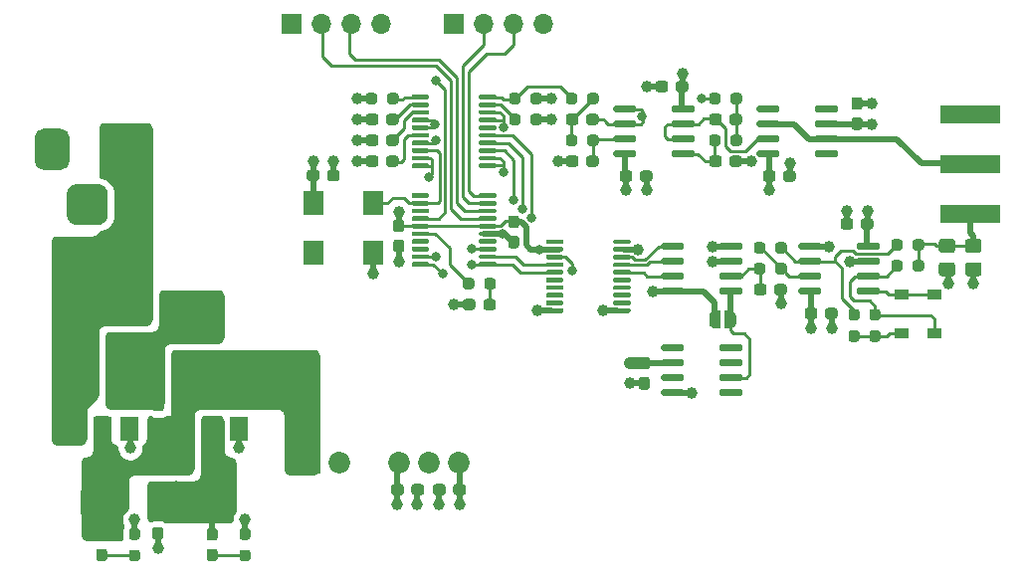
<source format=gtl>
G04 #@! TF.GenerationSoftware,KiCad,Pcbnew,(5.1.9)-1*
G04 #@! TF.CreationDate,2022-01-14T23:32:10+03:00*
G04 #@! TF.ProjectId,HW,48572e6b-6963-4616-945f-706362585858,rev?*
G04 #@! TF.SameCoordinates,Original*
G04 #@! TF.FileFunction,Copper,L1,Top*
G04 #@! TF.FilePolarity,Positive*
%FSLAX46Y46*%
G04 Gerber Fmt 4.6, Leading zero omitted, Abs format (unit mm)*
G04 Created by KiCad (PCBNEW (5.1.9)-1) date 2022-01-14 23:32:10*
%MOMM*%
%LPD*%
G01*
G04 APERTURE LIST*
G04 #@! TA.AperFunction,SMDPad,CuDef*
%ADD10C,0.100000*%
G04 #@! TD*
G04 #@! TA.AperFunction,SMDPad,CuDef*
%ADD11R,1.200000X0.900000*%
G04 #@! TD*
G04 #@! TA.AperFunction,SMDPad,CuDef*
%ADD12R,1.500000X2.000000*%
G04 #@! TD*
G04 #@! TA.AperFunction,SMDPad,CuDef*
%ADD13R,3.800000X2.000000*%
G04 #@! TD*
G04 #@! TA.AperFunction,SMDPad,CuDef*
%ADD14R,1.800000X2.000000*%
G04 #@! TD*
G04 #@! TA.AperFunction,ComponentPad*
%ADD15C,1.850000*%
G04 #@! TD*
G04 #@! TA.AperFunction,ComponentPad*
%ADD16R,1.850000X1.850000*%
G04 #@! TD*
G04 #@! TA.AperFunction,ComponentPad*
%ADD17O,1.700000X1.700000*%
G04 #@! TD*
G04 #@! TA.AperFunction,ComponentPad*
%ADD18R,1.700000X1.700000*%
G04 #@! TD*
G04 #@! TA.AperFunction,ComponentPad*
%ADD19R,3.500000X3.500000*%
G04 #@! TD*
G04 #@! TA.AperFunction,SMDPad,CuDef*
%ADD20R,5.080000X1.500000*%
G04 #@! TD*
G04 #@! TA.AperFunction,ViaPad*
%ADD21C,1.000000*%
G04 #@! TD*
G04 #@! TA.AperFunction,ViaPad*
%ADD22C,0.800000*%
G04 #@! TD*
G04 #@! TA.AperFunction,Conductor*
%ADD23C,0.508000*%
G04 #@! TD*
G04 #@! TA.AperFunction,Conductor*
%ADD24C,0.254000*%
G04 #@! TD*
G04 #@! TA.AperFunction,Conductor*
%ADD25C,1.000000*%
G04 #@! TD*
G04 #@! TA.AperFunction,Conductor*
%ADD26C,0.100000*%
G04 #@! TD*
G04 APERTURE END LIST*
G04 #@! TA.AperFunction,SMDPad,CuDef*
D10*
G36*
X166512000Y-88150602D02*
G01*
X166536534Y-88150602D01*
X166585365Y-88155412D01*
X166633490Y-88164984D01*
X166680445Y-88179228D01*
X166725778Y-88198005D01*
X166769051Y-88221136D01*
X166809850Y-88248396D01*
X166847779Y-88279524D01*
X166882476Y-88314221D01*
X166913604Y-88352150D01*
X166940864Y-88392949D01*
X166963995Y-88436222D01*
X166982772Y-88481555D01*
X166997016Y-88528510D01*
X167006588Y-88576635D01*
X167011398Y-88625466D01*
X167011398Y-88650000D01*
X167012000Y-88650000D01*
X167012000Y-89150000D01*
X167011398Y-89150000D01*
X167011398Y-89174534D01*
X167006588Y-89223365D01*
X166997016Y-89271490D01*
X166982772Y-89318445D01*
X166963995Y-89363778D01*
X166940864Y-89407051D01*
X166913604Y-89447850D01*
X166882476Y-89485779D01*
X166847779Y-89520476D01*
X166809850Y-89551604D01*
X166769051Y-89578864D01*
X166725778Y-89601995D01*
X166680445Y-89620772D01*
X166633490Y-89635016D01*
X166585365Y-89644588D01*
X166536534Y-89649398D01*
X166512000Y-89649398D01*
X166512000Y-89650000D01*
X166012000Y-89650000D01*
X166012000Y-88150000D01*
X166512000Y-88150000D01*
X166512000Y-88150602D01*
G37*
G04 #@! TD.AperFunction*
G04 #@! TA.AperFunction,SMDPad,CuDef*
G36*
X165712000Y-89650000D02*
G01*
X165212000Y-89650000D01*
X165212000Y-89649398D01*
X165187466Y-89649398D01*
X165138635Y-89644588D01*
X165090510Y-89635016D01*
X165043555Y-89620772D01*
X164998222Y-89601995D01*
X164954949Y-89578864D01*
X164914150Y-89551604D01*
X164876221Y-89520476D01*
X164841524Y-89485779D01*
X164810396Y-89447850D01*
X164783136Y-89407051D01*
X164760005Y-89363778D01*
X164741228Y-89318445D01*
X164726984Y-89271490D01*
X164717412Y-89223365D01*
X164712602Y-89174534D01*
X164712602Y-89150000D01*
X164712000Y-89150000D01*
X164712000Y-88650000D01*
X164712602Y-88650000D01*
X164712602Y-88625466D01*
X164717412Y-88576635D01*
X164726984Y-88528510D01*
X164741228Y-88481555D01*
X164760005Y-88436222D01*
X164783136Y-88392949D01*
X164810396Y-88352150D01*
X164841524Y-88314221D01*
X164876221Y-88279524D01*
X164914150Y-88248396D01*
X164954949Y-88221136D01*
X164998222Y-88198005D01*
X165043555Y-88179228D01*
X165090510Y-88164984D01*
X165138635Y-88155412D01*
X165187466Y-88150602D01*
X165212000Y-88150602D01*
X165212000Y-88150000D01*
X165712000Y-88150000D01*
X165712000Y-89650000D01*
G37*
G04 #@! TD.AperFunction*
D11*
X181102000Y-90042000D03*
X181102000Y-86742000D03*
X183896000Y-86742000D03*
X183896000Y-90042000D03*
G04 #@! TA.AperFunction,SMDPad,CuDef*
G36*
G01*
X165584000Y-91463000D02*
X165584000Y-91163000D01*
G75*
G02*
X165734000Y-91013000I150000J0D01*
G01*
X167384000Y-91013000D01*
G75*
G02*
X167534000Y-91163000I0J-150000D01*
G01*
X167534000Y-91463000D01*
G75*
G02*
X167384000Y-91613000I-150000J0D01*
G01*
X165734000Y-91613000D01*
G75*
G02*
X165584000Y-91463000I0J150000D01*
G01*
G37*
G04 #@! TD.AperFunction*
G04 #@! TA.AperFunction,SMDPad,CuDef*
G36*
G01*
X165584000Y-92733000D02*
X165584000Y-92433000D01*
G75*
G02*
X165734000Y-92283000I150000J0D01*
G01*
X167384000Y-92283000D01*
G75*
G02*
X167534000Y-92433000I0J-150000D01*
G01*
X167534000Y-92733000D01*
G75*
G02*
X167384000Y-92883000I-150000J0D01*
G01*
X165734000Y-92883000D01*
G75*
G02*
X165584000Y-92733000I0J150000D01*
G01*
G37*
G04 #@! TD.AperFunction*
G04 #@! TA.AperFunction,SMDPad,CuDef*
G36*
G01*
X165584000Y-94003000D02*
X165584000Y-93703000D01*
G75*
G02*
X165734000Y-93553000I150000J0D01*
G01*
X167384000Y-93553000D01*
G75*
G02*
X167534000Y-93703000I0J-150000D01*
G01*
X167534000Y-94003000D01*
G75*
G02*
X167384000Y-94153000I-150000J0D01*
G01*
X165734000Y-94153000D01*
G75*
G02*
X165584000Y-94003000I0J150000D01*
G01*
G37*
G04 #@! TD.AperFunction*
G04 #@! TA.AperFunction,SMDPad,CuDef*
G36*
G01*
X165584000Y-95273000D02*
X165584000Y-94973000D01*
G75*
G02*
X165734000Y-94823000I150000J0D01*
G01*
X167384000Y-94823000D01*
G75*
G02*
X167534000Y-94973000I0J-150000D01*
G01*
X167534000Y-95273000D01*
G75*
G02*
X167384000Y-95423000I-150000J0D01*
G01*
X165734000Y-95423000D01*
G75*
G02*
X165584000Y-95273000I0J150000D01*
G01*
G37*
G04 #@! TD.AperFunction*
G04 #@! TA.AperFunction,SMDPad,CuDef*
G36*
G01*
X160634000Y-95273000D02*
X160634000Y-94973000D01*
G75*
G02*
X160784000Y-94823000I150000J0D01*
G01*
X162434000Y-94823000D01*
G75*
G02*
X162584000Y-94973000I0J-150000D01*
G01*
X162584000Y-95273000D01*
G75*
G02*
X162434000Y-95423000I-150000J0D01*
G01*
X160784000Y-95423000D01*
G75*
G02*
X160634000Y-95273000I0J150000D01*
G01*
G37*
G04 #@! TD.AperFunction*
G04 #@! TA.AperFunction,SMDPad,CuDef*
G36*
G01*
X160634000Y-94003000D02*
X160634000Y-93703000D01*
G75*
G02*
X160784000Y-93553000I150000J0D01*
G01*
X162434000Y-93553000D01*
G75*
G02*
X162584000Y-93703000I0J-150000D01*
G01*
X162584000Y-94003000D01*
G75*
G02*
X162434000Y-94153000I-150000J0D01*
G01*
X160784000Y-94153000D01*
G75*
G02*
X160634000Y-94003000I0J150000D01*
G01*
G37*
G04 #@! TD.AperFunction*
G04 #@! TA.AperFunction,SMDPad,CuDef*
G36*
G01*
X160634000Y-92733000D02*
X160634000Y-92433000D01*
G75*
G02*
X160784000Y-92283000I150000J0D01*
G01*
X162434000Y-92283000D01*
G75*
G02*
X162584000Y-92433000I0J-150000D01*
G01*
X162584000Y-92733000D01*
G75*
G02*
X162434000Y-92883000I-150000J0D01*
G01*
X160784000Y-92883000D01*
G75*
G02*
X160634000Y-92733000I0J150000D01*
G01*
G37*
G04 #@! TD.AperFunction*
G04 #@! TA.AperFunction,SMDPad,CuDef*
G36*
G01*
X160634000Y-91463000D02*
X160634000Y-91163000D01*
G75*
G02*
X160784000Y-91013000I150000J0D01*
G01*
X162434000Y-91013000D01*
G75*
G02*
X162584000Y-91163000I0J-150000D01*
G01*
X162584000Y-91463000D01*
G75*
G02*
X162434000Y-91613000I-150000J0D01*
G01*
X160784000Y-91613000D01*
G75*
G02*
X160634000Y-91463000I0J150000D01*
G01*
G37*
G04 #@! TD.AperFunction*
D12*
X124728000Y-98196000D03*
X120128000Y-98196000D03*
X122428000Y-98196000D03*
D13*
X122428000Y-104496000D03*
D12*
X115393500Y-98196000D03*
X110793500Y-98196000D03*
X113093500Y-98196000D03*
D13*
X113093500Y-104496000D03*
G04 #@! TA.AperFunction,SMDPad,CuDef*
G36*
G01*
X156557000Y-82392000D02*
X156557000Y-82192000D01*
G75*
G02*
X156657000Y-82092000I100000J0D01*
G01*
X157932000Y-82092000D01*
G75*
G02*
X158032000Y-82192000I0J-100000D01*
G01*
X158032000Y-82392000D01*
G75*
G02*
X157932000Y-82492000I-100000J0D01*
G01*
X156657000Y-82492000D01*
G75*
G02*
X156557000Y-82392000I0J100000D01*
G01*
G37*
G04 #@! TD.AperFunction*
G04 #@! TA.AperFunction,SMDPad,CuDef*
G36*
G01*
X156557000Y-83042000D02*
X156557000Y-82842000D01*
G75*
G02*
X156657000Y-82742000I100000J0D01*
G01*
X157932000Y-82742000D01*
G75*
G02*
X158032000Y-82842000I0J-100000D01*
G01*
X158032000Y-83042000D01*
G75*
G02*
X157932000Y-83142000I-100000J0D01*
G01*
X156657000Y-83142000D01*
G75*
G02*
X156557000Y-83042000I0J100000D01*
G01*
G37*
G04 #@! TD.AperFunction*
G04 #@! TA.AperFunction,SMDPad,CuDef*
G36*
G01*
X156557000Y-83692000D02*
X156557000Y-83492000D01*
G75*
G02*
X156657000Y-83392000I100000J0D01*
G01*
X157932000Y-83392000D01*
G75*
G02*
X158032000Y-83492000I0J-100000D01*
G01*
X158032000Y-83692000D01*
G75*
G02*
X157932000Y-83792000I-100000J0D01*
G01*
X156657000Y-83792000D01*
G75*
G02*
X156557000Y-83692000I0J100000D01*
G01*
G37*
G04 #@! TD.AperFunction*
G04 #@! TA.AperFunction,SMDPad,CuDef*
G36*
G01*
X156557000Y-84342000D02*
X156557000Y-84142000D01*
G75*
G02*
X156657000Y-84042000I100000J0D01*
G01*
X157932000Y-84042000D01*
G75*
G02*
X158032000Y-84142000I0J-100000D01*
G01*
X158032000Y-84342000D01*
G75*
G02*
X157932000Y-84442000I-100000J0D01*
G01*
X156657000Y-84442000D01*
G75*
G02*
X156557000Y-84342000I0J100000D01*
G01*
G37*
G04 #@! TD.AperFunction*
G04 #@! TA.AperFunction,SMDPad,CuDef*
G36*
G01*
X156557000Y-84992000D02*
X156557000Y-84792000D01*
G75*
G02*
X156657000Y-84692000I100000J0D01*
G01*
X157932000Y-84692000D01*
G75*
G02*
X158032000Y-84792000I0J-100000D01*
G01*
X158032000Y-84992000D01*
G75*
G02*
X157932000Y-85092000I-100000J0D01*
G01*
X156657000Y-85092000D01*
G75*
G02*
X156557000Y-84992000I0J100000D01*
G01*
G37*
G04 #@! TD.AperFunction*
G04 #@! TA.AperFunction,SMDPad,CuDef*
G36*
G01*
X156557000Y-85642000D02*
X156557000Y-85442000D01*
G75*
G02*
X156657000Y-85342000I100000J0D01*
G01*
X157932000Y-85342000D01*
G75*
G02*
X158032000Y-85442000I0J-100000D01*
G01*
X158032000Y-85642000D01*
G75*
G02*
X157932000Y-85742000I-100000J0D01*
G01*
X156657000Y-85742000D01*
G75*
G02*
X156557000Y-85642000I0J100000D01*
G01*
G37*
G04 #@! TD.AperFunction*
G04 #@! TA.AperFunction,SMDPad,CuDef*
G36*
G01*
X156557000Y-86292000D02*
X156557000Y-86092000D01*
G75*
G02*
X156657000Y-85992000I100000J0D01*
G01*
X157932000Y-85992000D01*
G75*
G02*
X158032000Y-86092000I0J-100000D01*
G01*
X158032000Y-86292000D01*
G75*
G02*
X157932000Y-86392000I-100000J0D01*
G01*
X156657000Y-86392000D01*
G75*
G02*
X156557000Y-86292000I0J100000D01*
G01*
G37*
G04 #@! TD.AperFunction*
G04 #@! TA.AperFunction,SMDPad,CuDef*
G36*
G01*
X156557000Y-86942000D02*
X156557000Y-86742000D01*
G75*
G02*
X156657000Y-86642000I100000J0D01*
G01*
X157932000Y-86642000D01*
G75*
G02*
X158032000Y-86742000I0J-100000D01*
G01*
X158032000Y-86942000D01*
G75*
G02*
X157932000Y-87042000I-100000J0D01*
G01*
X156657000Y-87042000D01*
G75*
G02*
X156557000Y-86942000I0J100000D01*
G01*
G37*
G04 #@! TD.AperFunction*
G04 #@! TA.AperFunction,SMDPad,CuDef*
G36*
G01*
X156557000Y-87592000D02*
X156557000Y-87392000D01*
G75*
G02*
X156657000Y-87292000I100000J0D01*
G01*
X157932000Y-87292000D01*
G75*
G02*
X158032000Y-87392000I0J-100000D01*
G01*
X158032000Y-87592000D01*
G75*
G02*
X157932000Y-87692000I-100000J0D01*
G01*
X156657000Y-87692000D01*
G75*
G02*
X156557000Y-87592000I0J100000D01*
G01*
G37*
G04 #@! TD.AperFunction*
G04 #@! TA.AperFunction,SMDPad,CuDef*
G36*
G01*
X156557000Y-88242000D02*
X156557000Y-88042000D01*
G75*
G02*
X156657000Y-87942000I100000J0D01*
G01*
X157932000Y-87942000D01*
G75*
G02*
X158032000Y-88042000I0J-100000D01*
G01*
X158032000Y-88242000D01*
G75*
G02*
X157932000Y-88342000I-100000J0D01*
G01*
X156657000Y-88342000D01*
G75*
G02*
X156557000Y-88242000I0J100000D01*
G01*
G37*
G04 #@! TD.AperFunction*
G04 #@! TA.AperFunction,SMDPad,CuDef*
G36*
G01*
X150832000Y-88242000D02*
X150832000Y-88042000D01*
G75*
G02*
X150932000Y-87942000I100000J0D01*
G01*
X152207000Y-87942000D01*
G75*
G02*
X152307000Y-88042000I0J-100000D01*
G01*
X152307000Y-88242000D01*
G75*
G02*
X152207000Y-88342000I-100000J0D01*
G01*
X150932000Y-88342000D01*
G75*
G02*
X150832000Y-88242000I0J100000D01*
G01*
G37*
G04 #@! TD.AperFunction*
G04 #@! TA.AperFunction,SMDPad,CuDef*
G36*
G01*
X150832000Y-87592000D02*
X150832000Y-87392000D01*
G75*
G02*
X150932000Y-87292000I100000J0D01*
G01*
X152207000Y-87292000D01*
G75*
G02*
X152307000Y-87392000I0J-100000D01*
G01*
X152307000Y-87592000D01*
G75*
G02*
X152207000Y-87692000I-100000J0D01*
G01*
X150932000Y-87692000D01*
G75*
G02*
X150832000Y-87592000I0J100000D01*
G01*
G37*
G04 #@! TD.AperFunction*
G04 #@! TA.AperFunction,SMDPad,CuDef*
G36*
G01*
X150832000Y-86942000D02*
X150832000Y-86742000D01*
G75*
G02*
X150932000Y-86642000I100000J0D01*
G01*
X152207000Y-86642000D01*
G75*
G02*
X152307000Y-86742000I0J-100000D01*
G01*
X152307000Y-86942000D01*
G75*
G02*
X152207000Y-87042000I-100000J0D01*
G01*
X150932000Y-87042000D01*
G75*
G02*
X150832000Y-86942000I0J100000D01*
G01*
G37*
G04 #@! TD.AperFunction*
G04 #@! TA.AperFunction,SMDPad,CuDef*
G36*
G01*
X150832000Y-86292000D02*
X150832000Y-86092000D01*
G75*
G02*
X150932000Y-85992000I100000J0D01*
G01*
X152207000Y-85992000D01*
G75*
G02*
X152307000Y-86092000I0J-100000D01*
G01*
X152307000Y-86292000D01*
G75*
G02*
X152207000Y-86392000I-100000J0D01*
G01*
X150932000Y-86392000D01*
G75*
G02*
X150832000Y-86292000I0J100000D01*
G01*
G37*
G04 #@! TD.AperFunction*
G04 #@! TA.AperFunction,SMDPad,CuDef*
G36*
G01*
X150832000Y-85642000D02*
X150832000Y-85442000D01*
G75*
G02*
X150932000Y-85342000I100000J0D01*
G01*
X152207000Y-85342000D01*
G75*
G02*
X152307000Y-85442000I0J-100000D01*
G01*
X152307000Y-85642000D01*
G75*
G02*
X152207000Y-85742000I-100000J0D01*
G01*
X150932000Y-85742000D01*
G75*
G02*
X150832000Y-85642000I0J100000D01*
G01*
G37*
G04 #@! TD.AperFunction*
G04 #@! TA.AperFunction,SMDPad,CuDef*
G36*
G01*
X150832000Y-84992000D02*
X150832000Y-84792000D01*
G75*
G02*
X150932000Y-84692000I100000J0D01*
G01*
X152207000Y-84692000D01*
G75*
G02*
X152307000Y-84792000I0J-100000D01*
G01*
X152307000Y-84992000D01*
G75*
G02*
X152207000Y-85092000I-100000J0D01*
G01*
X150932000Y-85092000D01*
G75*
G02*
X150832000Y-84992000I0J100000D01*
G01*
G37*
G04 #@! TD.AperFunction*
G04 #@! TA.AperFunction,SMDPad,CuDef*
G36*
G01*
X150832000Y-84342000D02*
X150832000Y-84142000D01*
G75*
G02*
X150932000Y-84042000I100000J0D01*
G01*
X152207000Y-84042000D01*
G75*
G02*
X152307000Y-84142000I0J-100000D01*
G01*
X152307000Y-84342000D01*
G75*
G02*
X152207000Y-84442000I-100000J0D01*
G01*
X150932000Y-84442000D01*
G75*
G02*
X150832000Y-84342000I0J100000D01*
G01*
G37*
G04 #@! TD.AperFunction*
G04 #@! TA.AperFunction,SMDPad,CuDef*
G36*
G01*
X150832000Y-83692000D02*
X150832000Y-83492000D01*
G75*
G02*
X150932000Y-83392000I100000J0D01*
G01*
X152207000Y-83392000D01*
G75*
G02*
X152307000Y-83492000I0J-100000D01*
G01*
X152307000Y-83692000D01*
G75*
G02*
X152207000Y-83792000I-100000J0D01*
G01*
X150932000Y-83792000D01*
G75*
G02*
X150832000Y-83692000I0J100000D01*
G01*
G37*
G04 #@! TD.AperFunction*
G04 #@! TA.AperFunction,SMDPad,CuDef*
G36*
G01*
X150832000Y-83042000D02*
X150832000Y-82842000D01*
G75*
G02*
X150932000Y-82742000I100000J0D01*
G01*
X152207000Y-82742000D01*
G75*
G02*
X152307000Y-82842000I0J-100000D01*
G01*
X152307000Y-83042000D01*
G75*
G02*
X152207000Y-83142000I-100000J0D01*
G01*
X150932000Y-83142000D01*
G75*
G02*
X150832000Y-83042000I0J100000D01*
G01*
G37*
G04 #@! TD.AperFunction*
G04 #@! TA.AperFunction,SMDPad,CuDef*
G36*
G01*
X150832000Y-82392000D02*
X150832000Y-82192000D01*
G75*
G02*
X150932000Y-82092000I100000J0D01*
G01*
X152207000Y-82092000D01*
G75*
G02*
X152307000Y-82192000I0J-100000D01*
G01*
X152307000Y-82392000D01*
G75*
G02*
X152207000Y-82492000I-100000J0D01*
G01*
X150932000Y-82492000D01*
G75*
G02*
X150832000Y-82392000I0J100000D01*
G01*
G37*
G04 #@! TD.AperFunction*
G04 #@! TA.AperFunction,SMDPad,CuDef*
G36*
G01*
X145127000Y-78455000D02*
X145127000Y-78255000D01*
G75*
G02*
X145227000Y-78155000I100000J0D01*
G01*
X146502000Y-78155000D01*
G75*
G02*
X146602000Y-78255000I0J-100000D01*
G01*
X146602000Y-78455000D01*
G75*
G02*
X146502000Y-78555000I-100000J0D01*
G01*
X145227000Y-78555000D01*
G75*
G02*
X145127000Y-78455000I0J100000D01*
G01*
G37*
G04 #@! TD.AperFunction*
G04 #@! TA.AperFunction,SMDPad,CuDef*
G36*
G01*
X145127000Y-79105000D02*
X145127000Y-78905000D01*
G75*
G02*
X145227000Y-78805000I100000J0D01*
G01*
X146502000Y-78805000D01*
G75*
G02*
X146602000Y-78905000I0J-100000D01*
G01*
X146602000Y-79105000D01*
G75*
G02*
X146502000Y-79205000I-100000J0D01*
G01*
X145227000Y-79205000D01*
G75*
G02*
X145127000Y-79105000I0J100000D01*
G01*
G37*
G04 #@! TD.AperFunction*
G04 #@! TA.AperFunction,SMDPad,CuDef*
G36*
G01*
X145127000Y-79755000D02*
X145127000Y-79555000D01*
G75*
G02*
X145227000Y-79455000I100000J0D01*
G01*
X146502000Y-79455000D01*
G75*
G02*
X146602000Y-79555000I0J-100000D01*
G01*
X146602000Y-79755000D01*
G75*
G02*
X146502000Y-79855000I-100000J0D01*
G01*
X145227000Y-79855000D01*
G75*
G02*
X145127000Y-79755000I0J100000D01*
G01*
G37*
G04 #@! TD.AperFunction*
G04 #@! TA.AperFunction,SMDPad,CuDef*
G36*
G01*
X145127000Y-80405000D02*
X145127000Y-80205000D01*
G75*
G02*
X145227000Y-80105000I100000J0D01*
G01*
X146502000Y-80105000D01*
G75*
G02*
X146602000Y-80205000I0J-100000D01*
G01*
X146602000Y-80405000D01*
G75*
G02*
X146502000Y-80505000I-100000J0D01*
G01*
X145227000Y-80505000D01*
G75*
G02*
X145127000Y-80405000I0J100000D01*
G01*
G37*
G04 #@! TD.AperFunction*
G04 #@! TA.AperFunction,SMDPad,CuDef*
G36*
G01*
X145127000Y-81055000D02*
X145127000Y-80855000D01*
G75*
G02*
X145227000Y-80755000I100000J0D01*
G01*
X146502000Y-80755000D01*
G75*
G02*
X146602000Y-80855000I0J-100000D01*
G01*
X146602000Y-81055000D01*
G75*
G02*
X146502000Y-81155000I-100000J0D01*
G01*
X145227000Y-81155000D01*
G75*
G02*
X145127000Y-81055000I0J100000D01*
G01*
G37*
G04 #@! TD.AperFunction*
G04 #@! TA.AperFunction,SMDPad,CuDef*
G36*
G01*
X145127000Y-81705000D02*
X145127000Y-81505000D01*
G75*
G02*
X145227000Y-81405000I100000J0D01*
G01*
X146502000Y-81405000D01*
G75*
G02*
X146602000Y-81505000I0J-100000D01*
G01*
X146602000Y-81705000D01*
G75*
G02*
X146502000Y-81805000I-100000J0D01*
G01*
X145227000Y-81805000D01*
G75*
G02*
X145127000Y-81705000I0J100000D01*
G01*
G37*
G04 #@! TD.AperFunction*
G04 #@! TA.AperFunction,SMDPad,CuDef*
G36*
G01*
X145127000Y-82355000D02*
X145127000Y-82155000D01*
G75*
G02*
X145227000Y-82055000I100000J0D01*
G01*
X146502000Y-82055000D01*
G75*
G02*
X146602000Y-82155000I0J-100000D01*
G01*
X146602000Y-82355000D01*
G75*
G02*
X146502000Y-82455000I-100000J0D01*
G01*
X145227000Y-82455000D01*
G75*
G02*
X145127000Y-82355000I0J100000D01*
G01*
G37*
G04 #@! TD.AperFunction*
G04 #@! TA.AperFunction,SMDPad,CuDef*
G36*
G01*
X145127000Y-83005000D02*
X145127000Y-82805000D01*
G75*
G02*
X145227000Y-82705000I100000J0D01*
G01*
X146502000Y-82705000D01*
G75*
G02*
X146602000Y-82805000I0J-100000D01*
G01*
X146602000Y-83005000D01*
G75*
G02*
X146502000Y-83105000I-100000J0D01*
G01*
X145227000Y-83105000D01*
G75*
G02*
X145127000Y-83005000I0J100000D01*
G01*
G37*
G04 #@! TD.AperFunction*
G04 #@! TA.AperFunction,SMDPad,CuDef*
G36*
G01*
X145127000Y-83655000D02*
X145127000Y-83455000D01*
G75*
G02*
X145227000Y-83355000I100000J0D01*
G01*
X146502000Y-83355000D01*
G75*
G02*
X146602000Y-83455000I0J-100000D01*
G01*
X146602000Y-83655000D01*
G75*
G02*
X146502000Y-83755000I-100000J0D01*
G01*
X145227000Y-83755000D01*
G75*
G02*
X145127000Y-83655000I0J100000D01*
G01*
G37*
G04 #@! TD.AperFunction*
G04 #@! TA.AperFunction,SMDPad,CuDef*
G36*
G01*
X145127000Y-84305000D02*
X145127000Y-84105000D01*
G75*
G02*
X145227000Y-84005000I100000J0D01*
G01*
X146502000Y-84005000D01*
G75*
G02*
X146602000Y-84105000I0J-100000D01*
G01*
X146602000Y-84305000D01*
G75*
G02*
X146502000Y-84405000I-100000J0D01*
G01*
X145227000Y-84405000D01*
G75*
G02*
X145127000Y-84305000I0J100000D01*
G01*
G37*
G04 #@! TD.AperFunction*
G04 #@! TA.AperFunction,SMDPad,CuDef*
G36*
G01*
X139402000Y-84305000D02*
X139402000Y-84105000D01*
G75*
G02*
X139502000Y-84005000I100000J0D01*
G01*
X140777000Y-84005000D01*
G75*
G02*
X140877000Y-84105000I0J-100000D01*
G01*
X140877000Y-84305000D01*
G75*
G02*
X140777000Y-84405000I-100000J0D01*
G01*
X139502000Y-84405000D01*
G75*
G02*
X139402000Y-84305000I0J100000D01*
G01*
G37*
G04 #@! TD.AperFunction*
G04 #@! TA.AperFunction,SMDPad,CuDef*
G36*
G01*
X139402000Y-83655000D02*
X139402000Y-83455000D01*
G75*
G02*
X139502000Y-83355000I100000J0D01*
G01*
X140777000Y-83355000D01*
G75*
G02*
X140877000Y-83455000I0J-100000D01*
G01*
X140877000Y-83655000D01*
G75*
G02*
X140777000Y-83755000I-100000J0D01*
G01*
X139502000Y-83755000D01*
G75*
G02*
X139402000Y-83655000I0J100000D01*
G01*
G37*
G04 #@! TD.AperFunction*
G04 #@! TA.AperFunction,SMDPad,CuDef*
G36*
G01*
X139402000Y-83005000D02*
X139402000Y-82805000D01*
G75*
G02*
X139502000Y-82705000I100000J0D01*
G01*
X140777000Y-82705000D01*
G75*
G02*
X140877000Y-82805000I0J-100000D01*
G01*
X140877000Y-83005000D01*
G75*
G02*
X140777000Y-83105000I-100000J0D01*
G01*
X139502000Y-83105000D01*
G75*
G02*
X139402000Y-83005000I0J100000D01*
G01*
G37*
G04 #@! TD.AperFunction*
G04 #@! TA.AperFunction,SMDPad,CuDef*
G36*
G01*
X139402000Y-82355000D02*
X139402000Y-82155000D01*
G75*
G02*
X139502000Y-82055000I100000J0D01*
G01*
X140777000Y-82055000D01*
G75*
G02*
X140877000Y-82155000I0J-100000D01*
G01*
X140877000Y-82355000D01*
G75*
G02*
X140777000Y-82455000I-100000J0D01*
G01*
X139502000Y-82455000D01*
G75*
G02*
X139402000Y-82355000I0J100000D01*
G01*
G37*
G04 #@! TD.AperFunction*
G04 #@! TA.AperFunction,SMDPad,CuDef*
G36*
G01*
X139402000Y-81705000D02*
X139402000Y-81505000D01*
G75*
G02*
X139502000Y-81405000I100000J0D01*
G01*
X140777000Y-81405000D01*
G75*
G02*
X140877000Y-81505000I0J-100000D01*
G01*
X140877000Y-81705000D01*
G75*
G02*
X140777000Y-81805000I-100000J0D01*
G01*
X139502000Y-81805000D01*
G75*
G02*
X139402000Y-81705000I0J100000D01*
G01*
G37*
G04 #@! TD.AperFunction*
G04 #@! TA.AperFunction,SMDPad,CuDef*
G36*
G01*
X139402000Y-81055000D02*
X139402000Y-80855000D01*
G75*
G02*
X139502000Y-80755000I100000J0D01*
G01*
X140777000Y-80755000D01*
G75*
G02*
X140877000Y-80855000I0J-100000D01*
G01*
X140877000Y-81055000D01*
G75*
G02*
X140777000Y-81155000I-100000J0D01*
G01*
X139502000Y-81155000D01*
G75*
G02*
X139402000Y-81055000I0J100000D01*
G01*
G37*
G04 #@! TD.AperFunction*
G04 #@! TA.AperFunction,SMDPad,CuDef*
G36*
G01*
X139402000Y-80405000D02*
X139402000Y-80205000D01*
G75*
G02*
X139502000Y-80105000I100000J0D01*
G01*
X140777000Y-80105000D01*
G75*
G02*
X140877000Y-80205000I0J-100000D01*
G01*
X140877000Y-80405000D01*
G75*
G02*
X140777000Y-80505000I-100000J0D01*
G01*
X139502000Y-80505000D01*
G75*
G02*
X139402000Y-80405000I0J100000D01*
G01*
G37*
G04 #@! TD.AperFunction*
G04 #@! TA.AperFunction,SMDPad,CuDef*
G36*
G01*
X139402000Y-79755000D02*
X139402000Y-79555000D01*
G75*
G02*
X139502000Y-79455000I100000J0D01*
G01*
X140777000Y-79455000D01*
G75*
G02*
X140877000Y-79555000I0J-100000D01*
G01*
X140877000Y-79755000D01*
G75*
G02*
X140777000Y-79855000I-100000J0D01*
G01*
X139502000Y-79855000D01*
G75*
G02*
X139402000Y-79755000I0J100000D01*
G01*
G37*
G04 #@! TD.AperFunction*
G04 #@! TA.AperFunction,SMDPad,CuDef*
G36*
G01*
X139402000Y-79105000D02*
X139402000Y-78905000D01*
G75*
G02*
X139502000Y-78805000I100000J0D01*
G01*
X140777000Y-78805000D01*
G75*
G02*
X140877000Y-78905000I0J-100000D01*
G01*
X140877000Y-79105000D01*
G75*
G02*
X140777000Y-79205000I-100000J0D01*
G01*
X139502000Y-79205000D01*
G75*
G02*
X139402000Y-79105000I0J100000D01*
G01*
G37*
G04 #@! TD.AperFunction*
G04 #@! TA.AperFunction,SMDPad,CuDef*
G36*
G01*
X139402000Y-78455000D02*
X139402000Y-78255000D01*
G75*
G02*
X139502000Y-78155000I100000J0D01*
G01*
X140777000Y-78155000D01*
G75*
G02*
X140877000Y-78255000I0J-100000D01*
G01*
X140877000Y-78455000D01*
G75*
G02*
X140777000Y-78555000I-100000J0D01*
G01*
X139502000Y-78555000D01*
G75*
G02*
X139402000Y-78455000I0J100000D01*
G01*
G37*
G04 #@! TD.AperFunction*
G04 #@! TA.AperFunction,SMDPad,CuDef*
G36*
G01*
X162584000Y-86337000D02*
X162584000Y-86637000D01*
G75*
G02*
X162434000Y-86787000I-150000J0D01*
G01*
X160784000Y-86787000D01*
G75*
G02*
X160634000Y-86637000I0J150000D01*
G01*
X160634000Y-86337000D01*
G75*
G02*
X160784000Y-86187000I150000J0D01*
G01*
X162434000Y-86187000D01*
G75*
G02*
X162584000Y-86337000I0J-150000D01*
G01*
G37*
G04 #@! TD.AperFunction*
G04 #@! TA.AperFunction,SMDPad,CuDef*
G36*
G01*
X162584000Y-85067000D02*
X162584000Y-85367000D01*
G75*
G02*
X162434000Y-85517000I-150000J0D01*
G01*
X160784000Y-85517000D01*
G75*
G02*
X160634000Y-85367000I0J150000D01*
G01*
X160634000Y-85067000D01*
G75*
G02*
X160784000Y-84917000I150000J0D01*
G01*
X162434000Y-84917000D01*
G75*
G02*
X162584000Y-85067000I0J-150000D01*
G01*
G37*
G04 #@! TD.AperFunction*
G04 #@! TA.AperFunction,SMDPad,CuDef*
G36*
G01*
X162584000Y-83797000D02*
X162584000Y-84097000D01*
G75*
G02*
X162434000Y-84247000I-150000J0D01*
G01*
X160784000Y-84247000D01*
G75*
G02*
X160634000Y-84097000I0J150000D01*
G01*
X160634000Y-83797000D01*
G75*
G02*
X160784000Y-83647000I150000J0D01*
G01*
X162434000Y-83647000D01*
G75*
G02*
X162584000Y-83797000I0J-150000D01*
G01*
G37*
G04 #@! TD.AperFunction*
G04 #@! TA.AperFunction,SMDPad,CuDef*
G36*
G01*
X162584000Y-82527000D02*
X162584000Y-82827000D01*
G75*
G02*
X162434000Y-82977000I-150000J0D01*
G01*
X160784000Y-82977000D01*
G75*
G02*
X160634000Y-82827000I0J150000D01*
G01*
X160634000Y-82527000D01*
G75*
G02*
X160784000Y-82377000I150000J0D01*
G01*
X162434000Y-82377000D01*
G75*
G02*
X162584000Y-82527000I0J-150000D01*
G01*
G37*
G04 #@! TD.AperFunction*
G04 #@! TA.AperFunction,SMDPad,CuDef*
G36*
G01*
X167534000Y-82527000D02*
X167534000Y-82827000D01*
G75*
G02*
X167384000Y-82977000I-150000J0D01*
G01*
X165734000Y-82977000D01*
G75*
G02*
X165584000Y-82827000I0J150000D01*
G01*
X165584000Y-82527000D01*
G75*
G02*
X165734000Y-82377000I150000J0D01*
G01*
X167384000Y-82377000D01*
G75*
G02*
X167534000Y-82527000I0J-150000D01*
G01*
G37*
G04 #@! TD.AperFunction*
G04 #@! TA.AperFunction,SMDPad,CuDef*
G36*
G01*
X167534000Y-83797000D02*
X167534000Y-84097000D01*
G75*
G02*
X167384000Y-84247000I-150000J0D01*
G01*
X165734000Y-84247000D01*
G75*
G02*
X165584000Y-84097000I0J150000D01*
G01*
X165584000Y-83797000D01*
G75*
G02*
X165734000Y-83647000I150000J0D01*
G01*
X167384000Y-83647000D01*
G75*
G02*
X167534000Y-83797000I0J-150000D01*
G01*
G37*
G04 #@! TD.AperFunction*
G04 #@! TA.AperFunction,SMDPad,CuDef*
G36*
G01*
X167534000Y-85067000D02*
X167534000Y-85367000D01*
G75*
G02*
X167384000Y-85517000I-150000J0D01*
G01*
X165734000Y-85517000D01*
G75*
G02*
X165584000Y-85367000I0J150000D01*
G01*
X165584000Y-85067000D01*
G75*
G02*
X165734000Y-84917000I150000J0D01*
G01*
X167384000Y-84917000D01*
G75*
G02*
X167534000Y-85067000I0J-150000D01*
G01*
G37*
G04 #@! TD.AperFunction*
G04 #@! TA.AperFunction,SMDPad,CuDef*
G36*
G01*
X167534000Y-86337000D02*
X167534000Y-86637000D01*
G75*
G02*
X167384000Y-86787000I-150000J0D01*
G01*
X165734000Y-86787000D01*
G75*
G02*
X165584000Y-86637000I0J150000D01*
G01*
X165584000Y-86337000D01*
G75*
G02*
X165734000Y-86187000I150000J0D01*
G01*
X167384000Y-86187000D01*
G75*
G02*
X167534000Y-86337000I0J-150000D01*
G01*
G37*
G04 #@! TD.AperFunction*
G04 #@! TA.AperFunction,SMDPad,CuDef*
G36*
G01*
X174268000Y-86337000D02*
X174268000Y-86637000D01*
G75*
G02*
X174118000Y-86787000I-150000J0D01*
G01*
X172468000Y-86787000D01*
G75*
G02*
X172318000Y-86637000I0J150000D01*
G01*
X172318000Y-86337000D01*
G75*
G02*
X172468000Y-86187000I150000J0D01*
G01*
X174118000Y-86187000D01*
G75*
G02*
X174268000Y-86337000I0J-150000D01*
G01*
G37*
G04 #@! TD.AperFunction*
G04 #@! TA.AperFunction,SMDPad,CuDef*
G36*
G01*
X174268000Y-85067000D02*
X174268000Y-85367000D01*
G75*
G02*
X174118000Y-85517000I-150000J0D01*
G01*
X172468000Y-85517000D01*
G75*
G02*
X172318000Y-85367000I0J150000D01*
G01*
X172318000Y-85067000D01*
G75*
G02*
X172468000Y-84917000I150000J0D01*
G01*
X174118000Y-84917000D01*
G75*
G02*
X174268000Y-85067000I0J-150000D01*
G01*
G37*
G04 #@! TD.AperFunction*
G04 #@! TA.AperFunction,SMDPad,CuDef*
G36*
G01*
X174268000Y-83797000D02*
X174268000Y-84097000D01*
G75*
G02*
X174118000Y-84247000I-150000J0D01*
G01*
X172468000Y-84247000D01*
G75*
G02*
X172318000Y-84097000I0J150000D01*
G01*
X172318000Y-83797000D01*
G75*
G02*
X172468000Y-83647000I150000J0D01*
G01*
X174118000Y-83647000D01*
G75*
G02*
X174268000Y-83797000I0J-150000D01*
G01*
G37*
G04 #@! TD.AperFunction*
G04 #@! TA.AperFunction,SMDPad,CuDef*
G36*
G01*
X174268000Y-82527000D02*
X174268000Y-82827000D01*
G75*
G02*
X174118000Y-82977000I-150000J0D01*
G01*
X172468000Y-82977000D01*
G75*
G02*
X172318000Y-82827000I0J150000D01*
G01*
X172318000Y-82527000D01*
G75*
G02*
X172468000Y-82377000I150000J0D01*
G01*
X174118000Y-82377000D01*
G75*
G02*
X174268000Y-82527000I0J-150000D01*
G01*
G37*
G04 #@! TD.AperFunction*
G04 #@! TA.AperFunction,SMDPad,CuDef*
G36*
G01*
X179218000Y-82527000D02*
X179218000Y-82827000D01*
G75*
G02*
X179068000Y-82977000I-150000J0D01*
G01*
X177418000Y-82977000D01*
G75*
G02*
X177268000Y-82827000I0J150000D01*
G01*
X177268000Y-82527000D01*
G75*
G02*
X177418000Y-82377000I150000J0D01*
G01*
X179068000Y-82377000D01*
G75*
G02*
X179218000Y-82527000I0J-150000D01*
G01*
G37*
G04 #@! TD.AperFunction*
G04 #@! TA.AperFunction,SMDPad,CuDef*
G36*
G01*
X179218000Y-83797000D02*
X179218000Y-84097000D01*
G75*
G02*
X179068000Y-84247000I-150000J0D01*
G01*
X177418000Y-84247000D01*
G75*
G02*
X177268000Y-84097000I0J150000D01*
G01*
X177268000Y-83797000D01*
G75*
G02*
X177418000Y-83647000I150000J0D01*
G01*
X179068000Y-83647000D01*
G75*
G02*
X179218000Y-83797000I0J-150000D01*
G01*
G37*
G04 #@! TD.AperFunction*
G04 #@! TA.AperFunction,SMDPad,CuDef*
G36*
G01*
X179218000Y-85067000D02*
X179218000Y-85367000D01*
G75*
G02*
X179068000Y-85517000I-150000J0D01*
G01*
X177418000Y-85517000D01*
G75*
G02*
X177268000Y-85367000I0J150000D01*
G01*
X177268000Y-85067000D01*
G75*
G02*
X177418000Y-84917000I150000J0D01*
G01*
X179068000Y-84917000D01*
G75*
G02*
X179218000Y-85067000I0J-150000D01*
G01*
G37*
G04 #@! TD.AperFunction*
G04 #@! TA.AperFunction,SMDPad,CuDef*
G36*
G01*
X179218000Y-86337000D02*
X179218000Y-86637000D01*
G75*
G02*
X179068000Y-86787000I-150000J0D01*
G01*
X177418000Y-86787000D01*
G75*
G02*
X177268000Y-86637000I0J150000D01*
G01*
X177268000Y-86337000D01*
G75*
G02*
X177418000Y-86187000I150000J0D01*
G01*
X179068000Y-86187000D01*
G75*
G02*
X179218000Y-86337000I0J-150000D01*
G01*
G37*
G04 #@! TD.AperFunction*
G04 #@! TA.AperFunction,SMDPad,CuDef*
G36*
G01*
X173712000Y-71143000D02*
X173712000Y-70843000D01*
G75*
G02*
X173862000Y-70693000I150000J0D01*
G01*
X175512000Y-70693000D01*
G75*
G02*
X175662000Y-70843000I0J-150000D01*
G01*
X175662000Y-71143000D01*
G75*
G02*
X175512000Y-71293000I-150000J0D01*
G01*
X173862000Y-71293000D01*
G75*
G02*
X173712000Y-71143000I0J150000D01*
G01*
G37*
G04 #@! TD.AperFunction*
G04 #@! TA.AperFunction,SMDPad,CuDef*
G36*
G01*
X173712000Y-72413000D02*
X173712000Y-72113000D01*
G75*
G02*
X173862000Y-71963000I150000J0D01*
G01*
X175512000Y-71963000D01*
G75*
G02*
X175662000Y-72113000I0J-150000D01*
G01*
X175662000Y-72413000D01*
G75*
G02*
X175512000Y-72563000I-150000J0D01*
G01*
X173862000Y-72563000D01*
G75*
G02*
X173712000Y-72413000I0J150000D01*
G01*
G37*
G04 #@! TD.AperFunction*
G04 #@! TA.AperFunction,SMDPad,CuDef*
G36*
G01*
X173712000Y-73683000D02*
X173712000Y-73383000D01*
G75*
G02*
X173862000Y-73233000I150000J0D01*
G01*
X175512000Y-73233000D01*
G75*
G02*
X175662000Y-73383000I0J-150000D01*
G01*
X175662000Y-73683000D01*
G75*
G02*
X175512000Y-73833000I-150000J0D01*
G01*
X173862000Y-73833000D01*
G75*
G02*
X173712000Y-73683000I0J150000D01*
G01*
G37*
G04 #@! TD.AperFunction*
G04 #@! TA.AperFunction,SMDPad,CuDef*
G36*
G01*
X173712000Y-74953000D02*
X173712000Y-74653000D01*
G75*
G02*
X173862000Y-74503000I150000J0D01*
G01*
X175512000Y-74503000D01*
G75*
G02*
X175662000Y-74653000I0J-150000D01*
G01*
X175662000Y-74953000D01*
G75*
G02*
X175512000Y-75103000I-150000J0D01*
G01*
X173862000Y-75103000D01*
G75*
G02*
X173712000Y-74953000I0J150000D01*
G01*
G37*
G04 #@! TD.AperFunction*
G04 #@! TA.AperFunction,SMDPad,CuDef*
G36*
G01*
X168762000Y-74953000D02*
X168762000Y-74653000D01*
G75*
G02*
X168912000Y-74503000I150000J0D01*
G01*
X170562000Y-74503000D01*
G75*
G02*
X170712000Y-74653000I0J-150000D01*
G01*
X170712000Y-74953000D01*
G75*
G02*
X170562000Y-75103000I-150000J0D01*
G01*
X168912000Y-75103000D01*
G75*
G02*
X168762000Y-74953000I0J150000D01*
G01*
G37*
G04 #@! TD.AperFunction*
G04 #@! TA.AperFunction,SMDPad,CuDef*
G36*
G01*
X168762000Y-73683000D02*
X168762000Y-73383000D01*
G75*
G02*
X168912000Y-73233000I150000J0D01*
G01*
X170562000Y-73233000D01*
G75*
G02*
X170712000Y-73383000I0J-150000D01*
G01*
X170712000Y-73683000D01*
G75*
G02*
X170562000Y-73833000I-150000J0D01*
G01*
X168912000Y-73833000D01*
G75*
G02*
X168762000Y-73683000I0J150000D01*
G01*
G37*
G04 #@! TD.AperFunction*
G04 #@! TA.AperFunction,SMDPad,CuDef*
G36*
G01*
X168762000Y-72413000D02*
X168762000Y-72113000D01*
G75*
G02*
X168912000Y-71963000I150000J0D01*
G01*
X170562000Y-71963000D01*
G75*
G02*
X170712000Y-72113000I0J-150000D01*
G01*
X170712000Y-72413000D01*
G75*
G02*
X170562000Y-72563000I-150000J0D01*
G01*
X168912000Y-72563000D01*
G75*
G02*
X168762000Y-72413000I0J150000D01*
G01*
G37*
G04 #@! TD.AperFunction*
G04 #@! TA.AperFunction,SMDPad,CuDef*
G36*
G01*
X168762000Y-71143000D02*
X168762000Y-70843000D01*
G75*
G02*
X168912000Y-70693000I150000J0D01*
G01*
X170562000Y-70693000D01*
G75*
G02*
X170712000Y-70843000I0J-150000D01*
G01*
X170712000Y-71143000D01*
G75*
G02*
X170562000Y-71293000I-150000J0D01*
G01*
X168912000Y-71293000D01*
G75*
G02*
X168762000Y-71143000I0J150000D01*
G01*
G37*
G04 #@! TD.AperFunction*
G04 #@! TA.AperFunction,SMDPad,CuDef*
G36*
G01*
X161520000Y-71143000D02*
X161520000Y-70843000D01*
G75*
G02*
X161670000Y-70693000I150000J0D01*
G01*
X163320000Y-70693000D01*
G75*
G02*
X163470000Y-70843000I0J-150000D01*
G01*
X163470000Y-71143000D01*
G75*
G02*
X163320000Y-71293000I-150000J0D01*
G01*
X161670000Y-71293000D01*
G75*
G02*
X161520000Y-71143000I0J150000D01*
G01*
G37*
G04 #@! TD.AperFunction*
G04 #@! TA.AperFunction,SMDPad,CuDef*
G36*
G01*
X161520000Y-72413000D02*
X161520000Y-72113000D01*
G75*
G02*
X161670000Y-71963000I150000J0D01*
G01*
X163320000Y-71963000D01*
G75*
G02*
X163470000Y-72113000I0J-150000D01*
G01*
X163470000Y-72413000D01*
G75*
G02*
X163320000Y-72563000I-150000J0D01*
G01*
X161670000Y-72563000D01*
G75*
G02*
X161520000Y-72413000I0J150000D01*
G01*
G37*
G04 #@! TD.AperFunction*
G04 #@! TA.AperFunction,SMDPad,CuDef*
G36*
G01*
X161520000Y-73683000D02*
X161520000Y-73383000D01*
G75*
G02*
X161670000Y-73233000I150000J0D01*
G01*
X163320000Y-73233000D01*
G75*
G02*
X163470000Y-73383000I0J-150000D01*
G01*
X163470000Y-73683000D01*
G75*
G02*
X163320000Y-73833000I-150000J0D01*
G01*
X161670000Y-73833000D01*
G75*
G02*
X161520000Y-73683000I0J150000D01*
G01*
G37*
G04 #@! TD.AperFunction*
G04 #@! TA.AperFunction,SMDPad,CuDef*
G36*
G01*
X161520000Y-74953000D02*
X161520000Y-74653000D01*
G75*
G02*
X161670000Y-74503000I150000J0D01*
G01*
X163320000Y-74503000D01*
G75*
G02*
X163470000Y-74653000I0J-150000D01*
G01*
X163470000Y-74953000D01*
G75*
G02*
X163320000Y-75103000I-150000J0D01*
G01*
X161670000Y-75103000D01*
G75*
G02*
X161520000Y-74953000I0J150000D01*
G01*
G37*
G04 #@! TD.AperFunction*
G04 #@! TA.AperFunction,SMDPad,CuDef*
G36*
G01*
X156570000Y-74953000D02*
X156570000Y-74653000D01*
G75*
G02*
X156720000Y-74503000I150000J0D01*
G01*
X158370000Y-74503000D01*
G75*
G02*
X158520000Y-74653000I0J-150000D01*
G01*
X158520000Y-74953000D01*
G75*
G02*
X158370000Y-75103000I-150000J0D01*
G01*
X156720000Y-75103000D01*
G75*
G02*
X156570000Y-74953000I0J150000D01*
G01*
G37*
G04 #@! TD.AperFunction*
G04 #@! TA.AperFunction,SMDPad,CuDef*
G36*
G01*
X156570000Y-73683000D02*
X156570000Y-73383000D01*
G75*
G02*
X156720000Y-73233000I150000J0D01*
G01*
X158370000Y-73233000D01*
G75*
G02*
X158520000Y-73383000I0J-150000D01*
G01*
X158520000Y-73683000D01*
G75*
G02*
X158370000Y-73833000I-150000J0D01*
G01*
X156720000Y-73833000D01*
G75*
G02*
X156570000Y-73683000I0J150000D01*
G01*
G37*
G04 #@! TD.AperFunction*
G04 #@! TA.AperFunction,SMDPad,CuDef*
G36*
G01*
X156570000Y-72413000D02*
X156570000Y-72113000D01*
G75*
G02*
X156720000Y-71963000I150000J0D01*
G01*
X158370000Y-71963000D01*
G75*
G02*
X158520000Y-72113000I0J-150000D01*
G01*
X158520000Y-72413000D01*
G75*
G02*
X158370000Y-72563000I-150000J0D01*
G01*
X156720000Y-72563000D01*
G75*
G02*
X156570000Y-72413000I0J150000D01*
G01*
G37*
G04 #@! TD.AperFunction*
G04 #@! TA.AperFunction,SMDPad,CuDef*
G36*
G01*
X156570000Y-71143000D02*
X156570000Y-70843000D01*
G75*
G02*
X156720000Y-70693000I150000J0D01*
G01*
X158370000Y-70693000D01*
G75*
G02*
X158520000Y-70843000I0J-150000D01*
G01*
X158520000Y-71143000D01*
G75*
G02*
X158370000Y-71293000I-150000J0D01*
G01*
X156720000Y-71293000D01*
G75*
G02*
X156570000Y-71143000I0J150000D01*
G01*
G37*
G04 #@! TD.AperFunction*
D14*
X131064000Y-78989500D03*
X136144000Y-78989500D03*
X136144000Y-83189500D03*
X131064000Y-83189500D03*
G04 #@! TA.AperFunction,SMDPad,CuDef*
G36*
G01*
X145127000Y-70073000D02*
X145127000Y-69873000D01*
G75*
G02*
X145227000Y-69773000I100000J0D01*
G01*
X146502000Y-69773000D01*
G75*
G02*
X146602000Y-69873000I0J-100000D01*
G01*
X146602000Y-70073000D01*
G75*
G02*
X146502000Y-70173000I-100000J0D01*
G01*
X145227000Y-70173000D01*
G75*
G02*
X145127000Y-70073000I0J100000D01*
G01*
G37*
G04 #@! TD.AperFunction*
G04 #@! TA.AperFunction,SMDPad,CuDef*
G36*
G01*
X145127000Y-70723000D02*
X145127000Y-70523000D01*
G75*
G02*
X145227000Y-70423000I100000J0D01*
G01*
X146502000Y-70423000D01*
G75*
G02*
X146602000Y-70523000I0J-100000D01*
G01*
X146602000Y-70723000D01*
G75*
G02*
X146502000Y-70823000I-100000J0D01*
G01*
X145227000Y-70823000D01*
G75*
G02*
X145127000Y-70723000I0J100000D01*
G01*
G37*
G04 #@! TD.AperFunction*
G04 #@! TA.AperFunction,SMDPad,CuDef*
G36*
G01*
X145127000Y-71373000D02*
X145127000Y-71173000D01*
G75*
G02*
X145227000Y-71073000I100000J0D01*
G01*
X146502000Y-71073000D01*
G75*
G02*
X146602000Y-71173000I0J-100000D01*
G01*
X146602000Y-71373000D01*
G75*
G02*
X146502000Y-71473000I-100000J0D01*
G01*
X145227000Y-71473000D01*
G75*
G02*
X145127000Y-71373000I0J100000D01*
G01*
G37*
G04 #@! TD.AperFunction*
G04 #@! TA.AperFunction,SMDPad,CuDef*
G36*
G01*
X145127000Y-72023000D02*
X145127000Y-71823000D01*
G75*
G02*
X145227000Y-71723000I100000J0D01*
G01*
X146502000Y-71723000D01*
G75*
G02*
X146602000Y-71823000I0J-100000D01*
G01*
X146602000Y-72023000D01*
G75*
G02*
X146502000Y-72123000I-100000J0D01*
G01*
X145227000Y-72123000D01*
G75*
G02*
X145127000Y-72023000I0J100000D01*
G01*
G37*
G04 #@! TD.AperFunction*
G04 #@! TA.AperFunction,SMDPad,CuDef*
G36*
G01*
X145127000Y-72673000D02*
X145127000Y-72473000D01*
G75*
G02*
X145227000Y-72373000I100000J0D01*
G01*
X146502000Y-72373000D01*
G75*
G02*
X146602000Y-72473000I0J-100000D01*
G01*
X146602000Y-72673000D01*
G75*
G02*
X146502000Y-72773000I-100000J0D01*
G01*
X145227000Y-72773000D01*
G75*
G02*
X145127000Y-72673000I0J100000D01*
G01*
G37*
G04 #@! TD.AperFunction*
G04 #@! TA.AperFunction,SMDPad,CuDef*
G36*
G01*
X145127000Y-73323000D02*
X145127000Y-73123000D01*
G75*
G02*
X145227000Y-73023000I100000J0D01*
G01*
X146502000Y-73023000D01*
G75*
G02*
X146602000Y-73123000I0J-100000D01*
G01*
X146602000Y-73323000D01*
G75*
G02*
X146502000Y-73423000I-100000J0D01*
G01*
X145227000Y-73423000D01*
G75*
G02*
X145127000Y-73323000I0J100000D01*
G01*
G37*
G04 #@! TD.AperFunction*
G04 #@! TA.AperFunction,SMDPad,CuDef*
G36*
G01*
X145127000Y-73973000D02*
X145127000Y-73773000D01*
G75*
G02*
X145227000Y-73673000I100000J0D01*
G01*
X146502000Y-73673000D01*
G75*
G02*
X146602000Y-73773000I0J-100000D01*
G01*
X146602000Y-73973000D01*
G75*
G02*
X146502000Y-74073000I-100000J0D01*
G01*
X145227000Y-74073000D01*
G75*
G02*
X145127000Y-73973000I0J100000D01*
G01*
G37*
G04 #@! TD.AperFunction*
G04 #@! TA.AperFunction,SMDPad,CuDef*
G36*
G01*
X145127000Y-74623000D02*
X145127000Y-74423000D01*
G75*
G02*
X145227000Y-74323000I100000J0D01*
G01*
X146502000Y-74323000D01*
G75*
G02*
X146602000Y-74423000I0J-100000D01*
G01*
X146602000Y-74623000D01*
G75*
G02*
X146502000Y-74723000I-100000J0D01*
G01*
X145227000Y-74723000D01*
G75*
G02*
X145127000Y-74623000I0J100000D01*
G01*
G37*
G04 #@! TD.AperFunction*
G04 #@! TA.AperFunction,SMDPad,CuDef*
G36*
G01*
X145127000Y-75273000D02*
X145127000Y-75073000D01*
G75*
G02*
X145227000Y-74973000I100000J0D01*
G01*
X146502000Y-74973000D01*
G75*
G02*
X146602000Y-75073000I0J-100000D01*
G01*
X146602000Y-75273000D01*
G75*
G02*
X146502000Y-75373000I-100000J0D01*
G01*
X145227000Y-75373000D01*
G75*
G02*
X145127000Y-75273000I0J100000D01*
G01*
G37*
G04 #@! TD.AperFunction*
G04 #@! TA.AperFunction,SMDPad,CuDef*
G36*
G01*
X145127000Y-75923000D02*
X145127000Y-75723000D01*
G75*
G02*
X145227000Y-75623000I100000J0D01*
G01*
X146502000Y-75623000D01*
G75*
G02*
X146602000Y-75723000I0J-100000D01*
G01*
X146602000Y-75923000D01*
G75*
G02*
X146502000Y-76023000I-100000J0D01*
G01*
X145227000Y-76023000D01*
G75*
G02*
X145127000Y-75923000I0J100000D01*
G01*
G37*
G04 #@! TD.AperFunction*
G04 #@! TA.AperFunction,SMDPad,CuDef*
G36*
G01*
X139402000Y-75923000D02*
X139402000Y-75723000D01*
G75*
G02*
X139502000Y-75623000I100000J0D01*
G01*
X140777000Y-75623000D01*
G75*
G02*
X140877000Y-75723000I0J-100000D01*
G01*
X140877000Y-75923000D01*
G75*
G02*
X140777000Y-76023000I-100000J0D01*
G01*
X139502000Y-76023000D01*
G75*
G02*
X139402000Y-75923000I0J100000D01*
G01*
G37*
G04 #@! TD.AperFunction*
G04 #@! TA.AperFunction,SMDPad,CuDef*
G36*
G01*
X139402000Y-75273000D02*
X139402000Y-75073000D01*
G75*
G02*
X139502000Y-74973000I100000J0D01*
G01*
X140777000Y-74973000D01*
G75*
G02*
X140877000Y-75073000I0J-100000D01*
G01*
X140877000Y-75273000D01*
G75*
G02*
X140777000Y-75373000I-100000J0D01*
G01*
X139502000Y-75373000D01*
G75*
G02*
X139402000Y-75273000I0J100000D01*
G01*
G37*
G04 #@! TD.AperFunction*
G04 #@! TA.AperFunction,SMDPad,CuDef*
G36*
G01*
X139402000Y-74623000D02*
X139402000Y-74423000D01*
G75*
G02*
X139502000Y-74323000I100000J0D01*
G01*
X140777000Y-74323000D01*
G75*
G02*
X140877000Y-74423000I0J-100000D01*
G01*
X140877000Y-74623000D01*
G75*
G02*
X140777000Y-74723000I-100000J0D01*
G01*
X139502000Y-74723000D01*
G75*
G02*
X139402000Y-74623000I0J100000D01*
G01*
G37*
G04 #@! TD.AperFunction*
G04 #@! TA.AperFunction,SMDPad,CuDef*
G36*
G01*
X139402000Y-73973000D02*
X139402000Y-73773000D01*
G75*
G02*
X139502000Y-73673000I100000J0D01*
G01*
X140777000Y-73673000D01*
G75*
G02*
X140877000Y-73773000I0J-100000D01*
G01*
X140877000Y-73973000D01*
G75*
G02*
X140777000Y-74073000I-100000J0D01*
G01*
X139502000Y-74073000D01*
G75*
G02*
X139402000Y-73973000I0J100000D01*
G01*
G37*
G04 #@! TD.AperFunction*
G04 #@! TA.AperFunction,SMDPad,CuDef*
G36*
G01*
X139402000Y-73323000D02*
X139402000Y-73123000D01*
G75*
G02*
X139502000Y-73023000I100000J0D01*
G01*
X140777000Y-73023000D01*
G75*
G02*
X140877000Y-73123000I0J-100000D01*
G01*
X140877000Y-73323000D01*
G75*
G02*
X140777000Y-73423000I-100000J0D01*
G01*
X139502000Y-73423000D01*
G75*
G02*
X139402000Y-73323000I0J100000D01*
G01*
G37*
G04 #@! TD.AperFunction*
G04 #@! TA.AperFunction,SMDPad,CuDef*
G36*
G01*
X139402000Y-72673000D02*
X139402000Y-72473000D01*
G75*
G02*
X139502000Y-72373000I100000J0D01*
G01*
X140777000Y-72373000D01*
G75*
G02*
X140877000Y-72473000I0J-100000D01*
G01*
X140877000Y-72673000D01*
G75*
G02*
X140777000Y-72773000I-100000J0D01*
G01*
X139502000Y-72773000D01*
G75*
G02*
X139402000Y-72673000I0J100000D01*
G01*
G37*
G04 #@! TD.AperFunction*
G04 #@! TA.AperFunction,SMDPad,CuDef*
G36*
G01*
X139402000Y-72023000D02*
X139402000Y-71823000D01*
G75*
G02*
X139502000Y-71723000I100000J0D01*
G01*
X140777000Y-71723000D01*
G75*
G02*
X140877000Y-71823000I0J-100000D01*
G01*
X140877000Y-72023000D01*
G75*
G02*
X140777000Y-72123000I-100000J0D01*
G01*
X139502000Y-72123000D01*
G75*
G02*
X139402000Y-72023000I0J100000D01*
G01*
G37*
G04 #@! TD.AperFunction*
G04 #@! TA.AperFunction,SMDPad,CuDef*
G36*
G01*
X139402000Y-71373000D02*
X139402000Y-71173000D01*
G75*
G02*
X139502000Y-71073000I100000J0D01*
G01*
X140777000Y-71073000D01*
G75*
G02*
X140877000Y-71173000I0J-100000D01*
G01*
X140877000Y-71373000D01*
G75*
G02*
X140777000Y-71473000I-100000J0D01*
G01*
X139502000Y-71473000D01*
G75*
G02*
X139402000Y-71373000I0J100000D01*
G01*
G37*
G04 #@! TD.AperFunction*
G04 #@! TA.AperFunction,SMDPad,CuDef*
G36*
G01*
X139402000Y-70723000D02*
X139402000Y-70523000D01*
G75*
G02*
X139502000Y-70423000I100000J0D01*
G01*
X140777000Y-70423000D01*
G75*
G02*
X140877000Y-70523000I0J-100000D01*
G01*
X140877000Y-70723000D01*
G75*
G02*
X140777000Y-70823000I-100000J0D01*
G01*
X139502000Y-70823000D01*
G75*
G02*
X139402000Y-70723000I0J100000D01*
G01*
G37*
G04 #@! TD.AperFunction*
G04 #@! TA.AperFunction,SMDPad,CuDef*
G36*
G01*
X139402000Y-70073000D02*
X139402000Y-69873000D01*
G75*
G02*
X139502000Y-69773000I100000J0D01*
G01*
X140777000Y-69773000D01*
G75*
G02*
X140877000Y-69873000I0J-100000D01*
G01*
X140877000Y-70073000D01*
G75*
G02*
X140777000Y-70173000I-100000J0D01*
G01*
X139502000Y-70173000D01*
G75*
G02*
X139402000Y-70073000I0J100000D01*
G01*
G37*
G04 #@! TD.AperFunction*
G04 #@! TA.AperFunction,SMDPad,CuDef*
G36*
G01*
X116061500Y-107652000D02*
X115586500Y-107652000D01*
G75*
G02*
X115349000Y-107414500I0J237500D01*
G01*
X115349000Y-106914500D01*
G75*
G02*
X115586500Y-106677000I237500J0D01*
G01*
X116061500Y-106677000D01*
G75*
G02*
X116299000Y-106914500I0J-237500D01*
G01*
X116299000Y-107414500D01*
G75*
G02*
X116061500Y-107652000I-237500J0D01*
G01*
G37*
G04 #@! TD.AperFunction*
G04 #@! TA.AperFunction,SMDPad,CuDef*
G36*
G01*
X116061500Y-109477000D02*
X115586500Y-109477000D01*
G75*
G02*
X115349000Y-109239500I0J237500D01*
G01*
X115349000Y-108739500D01*
G75*
G02*
X115586500Y-108502000I237500J0D01*
G01*
X116061500Y-108502000D01*
G75*
G02*
X116299000Y-108739500I0J-237500D01*
G01*
X116299000Y-109239500D01*
G75*
G02*
X116061500Y-109477000I-237500J0D01*
G01*
G37*
G04 #@! TD.AperFunction*
G04 #@! TA.AperFunction,SMDPad,CuDef*
G36*
G01*
X125459500Y-107652000D02*
X124984500Y-107652000D01*
G75*
G02*
X124747000Y-107414500I0J237500D01*
G01*
X124747000Y-106914500D01*
G75*
G02*
X124984500Y-106677000I237500J0D01*
G01*
X125459500Y-106677000D01*
G75*
G02*
X125697000Y-106914500I0J-237500D01*
G01*
X125697000Y-107414500D01*
G75*
G02*
X125459500Y-107652000I-237500J0D01*
G01*
G37*
G04 #@! TD.AperFunction*
G04 #@! TA.AperFunction,SMDPad,CuDef*
G36*
G01*
X125459500Y-109477000D02*
X124984500Y-109477000D01*
G75*
G02*
X124747000Y-109239500I0J237500D01*
G01*
X124747000Y-108739500D01*
G75*
G02*
X124984500Y-108502000I237500J0D01*
G01*
X125459500Y-108502000D01*
G75*
G02*
X125697000Y-108739500I0J-237500D01*
G01*
X125697000Y-109239500D01*
G75*
G02*
X125459500Y-109477000I-237500J0D01*
G01*
G37*
G04 #@! TD.AperFunction*
G04 #@! TA.AperFunction,SMDPad,CuDef*
G36*
G01*
X144736000Y-85614500D02*
X144736000Y-86089500D01*
G75*
G02*
X144498500Y-86327000I-237500J0D01*
G01*
X143998500Y-86327000D01*
G75*
G02*
X143761000Y-86089500I0J237500D01*
G01*
X143761000Y-85614500D01*
G75*
G02*
X143998500Y-85377000I237500J0D01*
G01*
X144498500Y-85377000D01*
G75*
G02*
X144736000Y-85614500I0J-237500D01*
G01*
G37*
G04 #@! TD.AperFunction*
G04 #@! TA.AperFunction,SMDPad,CuDef*
G36*
G01*
X146561000Y-85614500D02*
X146561000Y-86089500D01*
G75*
G02*
X146323500Y-86327000I-237500J0D01*
G01*
X145823500Y-86327000D01*
G75*
G02*
X145586000Y-86089500I0J237500D01*
G01*
X145586000Y-85614500D01*
G75*
G02*
X145823500Y-85377000I237500J0D01*
G01*
X146323500Y-85377000D01*
G75*
G02*
X146561000Y-85614500I0J-237500D01*
G01*
G37*
G04 #@! TD.AperFunction*
G04 #@! TA.AperFunction,SMDPad,CuDef*
G36*
G01*
X186747999Y-84036000D02*
X187648001Y-84036000D01*
G75*
G02*
X187898000Y-84285999I0J-249999D01*
G01*
X187898000Y-84986001D01*
G75*
G02*
X187648001Y-85236000I-249999J0D01*
G01*
X186747999Y-85236000D01*
G75*
G02*
X186498000Y-84986001I0J249999D01*
G01*
X186498000Y-84285999D01*
G75*
G02*
X186747999Y-84036000I249999J0D01*
G01*
G37*
G04 #@! TD.AperFunction*
G04 #@! TA.AperFunction,SMDPad,CuDef*
G36*
G01*
X186747999Y-82036000D02*
X187648001Y-82036000D01*
G75*
G02*
X187898000Y-82285999I0J-249999D01*
G01*
X187898000Y-82986001D01*
G75*
G02*
X187648001Y-83236000I-249999J0D01*
G01*
X186747999Y-83236000D01*
G75*
G02*
X186498000Y-82986001I0J249999D01*
G01*
X186498000Y-82285999D01*
G75*
G02*
X186747999Y-82036000I249999J0D01*
G01*
G37*
G04 #@! TD.AperFunction*
G04 #@! TA.AperFunction,SMDPad,CuDef*
G36*
G01*
X184503999Y-84036000D02*
X185404001Y-84036000D01*
G75*
G02*
X185654000Y-84285999I0J-249999D01*
G01*
X185654000Y-84986001D01*
G75*
G02*
X185404001Y-85236000I-249999J0D01*
G01*
X184503999Y-85236000D01*
G75*
G02*
X184254000Y-84986001I0J249999D01*
G01*
X184254000Y-84285999D01*
G75*
G02*
X184503999Y-84036000I249999J0D01*
G01*
G37*
G04 #@! TD.AperFunction*
G04 #@! TA.AperFunction,SMDPad,CuDef*
G36*
G01*
X184503999Y-82036000D02*
X185404001Y-82036000D01*
G75*
G02*
X185654000Y-82285999I0J-249999D01*
G01*
X185654000Y-82986001D01*
G75*
G02*
X185404001Y-83236000I-249999J0D01*
G01*
X184503999Y-83236000D01*
G75*
G02*
X184254000Y-82986001I0J249999D01*
G01*
X184254000Y-82285999D01*
G75*
G02*
X184503999Y-82036000I249999J0D01*
G01*
G37*
G04 #@! TD.AperFunction*
G04 #@! TA.AperFunction,SMDPad,CuDef*
G36*
G01*
X169501000Y-84344500D02*
X169501000Y-84819500D01*
G75*
G02*
X169263500Y-85057000I-237500J0D01*
G01*
X168763500Y-85057000D01*
G75*
G02*
X168526000Y-84819500I0J237500D01*
G01*
X168526000Y-84344500D01*
G75*
G02*
X168763500Y-84107000I237500J0D01*
G01*
X169263500Y-84107000D01*
G75*
G02*
X169501000Y-84344500I0J-237500D01*
G01*
G37*
G04 #@! TD.AperFunction*
G04 #@! TA.AperFunction,SMDPad,CuDef*
G36*
G01*
X171326000Y-84344500D02*
X171326000Y-84819500D01*
G75*
G02*
X171088500Y-85057000I-237500J0D01*
G01*
X170588500Y-85057000D01*
G75*
G02*
X170351000Y-84819500I0J237500D01*
G01*
X170351000Y-84344500D01*
G75*
G02*
X170588500Y-84107000I237500J0D01*
G01*
X171088500Y-84107000D01*
G75*
G02*
X171326000Y-84344500I0J-237500D01*
G01*
G37*
G04 #@! TD.AperFunction*
G04 #@! TA.AperFunction,SMDPad,CuDef*
G36*
G01*
X181185000Y-82312500D02*
X181185000Y-82787500D01*
G75*
G02*
X180947500Y-83025000I-237500J0D01*
G01*
X180447500Y-83025000D01*
G75*
G02*
X180210000Y-82787500I0J237500D01*
G01*
X180210000Y-82312500D01*
G75*
G02*
X180447500Y-82075000I237500J0D01*
G01*
X180947500Y-82075000D01*
G75*
G02*
X181185000Y-82312500I0J-237500D01*
G01*
G37*
G04 #@! TD.AperFunction*
G04 #@! TA.AperFunction,SMDPad,CuDef*
G36*
G01*
X183010000Y-82312500D02*
X183010000Y-82787500D01*
G75*
G02*
X182772500Y-83025000I-237500J0D01*
G01*
X182272500Y-83025000D01*
G75*
G02*
X182035000Y-82787500I0J237500D01*
G01*
X182035000Y-82312500D01*
G75*
G02*
X182272500Y-82075000I237500J0D01*
G01*
X182772500Y-82075000D01*
G75*
G02*
X183010000Y-82312500I0J-237500D01*
G01*
G37*
G04 #@! TD.AperFunction*
G04 #@! TA.AperFunction,SMDPad,CuDef*
G36*
G01*
X177275500Y-88983000D02*
X176800500Y-88983000D01*
G75*
G02*
X176563000Y-88745500I0J237500D01*
G01*
X176563000Y-88245500D01*
G75*
G02*
X176800500Y-88008000I237500J0D01*
G01*
X177275500Y-88008000D01*
G75*
G02*
X177513000Y-88245500I0J-237500D01*
G01*
X177513000Y-88745500D01*
G75*
G02*
X177275500Y-88983000I-237500J0D01*
G01*
G37*
G04 #@! TD.AperFunction*
G04 #@! TA.AperFunction,SMDPad,CuDef*
G36*
G01*
X177275500Y-90808000D02*
X176800500Y-90808000D01*
G75*
G02*
X176563000Y-90570500I0J237500D01*
G01*
X176563000Y-90070500D01*
G75*
G02*
X176800500Y-89833000I237500J0D01*
G01*
X177275500Y-89833000D01*
G75*
G02*
X177513000Y-90070500I0J-237500D01*
G01*
X177513000Y-90570500D01*
G75*
G02*
X177275500Y-90808000I-237500J0D01*
G01*
G37*
G04 #@! TD.AperFunction*
G04 #@! TA.AperFunction,SMDPad,CuDef*
G36*
G01*
X169501000Y-82566500D02*
X169501000Y-83041500D01*
G75*
G02*
X169263500Y-83279000I-237500J0D01*
G01*
X168763500Y-83279000D01*
G75*
G02*
X168526000Y-83041500I0J237500D01*
G01*
X168526000Y-82566500D01*
G75*
G02*
X168763500Y-82329000I237500J0D01*
G01*
X169263500Y-82329000D01*
G75*
G02*
X169501000Y-82566500I0J-237500D01*
G01*
G37*
G04 #@! TD.AperFunction*
G04 #@! TA.AperFunction,SMDPad,CuDef*
G36*
G01*
X171326000Y-82566500D02*
X171326000Y-83041500D01*
G75*
G02*
X171088500Y-83279000I-237500J0D01*
G01*
X170588500Y-83279000D01*
G75*
G02*
X170351000Y-83041500I0J237500D01*
G01*
X170351000Y-82566500D01*
G75*
G02*
X170588500Y-82329000I237500J0D01*
G01*
X171088500Y-82329000D01*
G75*
G02*
X171326000Y-82566500I0J-237500D01*
G01*
G37*
G04 #@! TD.AperFunction*
G04 #@! TA.AperFunction,SMDPad,CuDef*
G36*
G01*
X181185000Y-84090500D02*
X181185000Y-84565500D01*
G75*
G02*
X180947500Y-84803000I-237500J0D01*
G01*
X180447500Y-84803000D01*
G75*
G02*
X180210000Y-84565500I0J237500D01*
G01*
X180210000Y-84090500D01*
G75*
G02*
X180447500Y-83853000I237500J0D01*
G01*
X180947500Y-83853000D01*
G75*
G02*
X181185000Y-84090500I0J-237500D01*
G01*
G37*
G04 #@! TD.AperFunction*
G04 #@! TA.AperFunction,SMDPad,CuDef*
G36*
G01*
X183010000Y-84090500D02*
X183010000Y-84565500D01*
G75*
G02*
X182772500Y-84803000I-237500J0D01*
G01*
X182272500Y-84803000D01*
G75*
G02*
X182035000Y-84565500I0J237500D01*
G01*
X182035000Y-84090500D01*
G75*
G02*
X182272500Y-83853000I237500J0D01*
G01*
X182772500Y-83853000D01*
G75*
G02*
X183010000Y-84090500I0J-237500D01*
G01*
G37*
G04 #@! TD.AperFunction*
G04 #@! TA.AperFunction,SMDPad,CuDef*
G36*
G01*
X178578500Y-89833000D02*
X179053500Y-89833000D01*
G75*
G02*
X179291000Y-90070500I0J-237500D01*
G01*
X179291000Y-90570500D01*
G75*
G02*
X179053500Y-90808000I-237500J0D01*
G01*
X178578500Y-90808000D01*
G75*
G02*
X178341000Y-90570500I0J237500D01*
G01*
X178341000Y-90070500D01*
G75*
G02*
X178578500Y-89833000I237500J0D01*
G01*
G37*
G04 #@! TD.AperFunction*
G04 #@! TA.AperFunction,SMDPad,CuDef*
G36*
G01*
X178578500Y-88008000D02*
X179053500Y-88008000D01*
G75*
G02*
X179291000Y-88245500I0J-237500D01*
G01*
X179291000Y-88745500D01*
G75*
G02*
X179053500Y-88983000I-237500J0D01*
G01*
X178578500Y-88983000D01*
G75*
G02*
X178341000Y-88745500I0J237500D01*
G01*
X178341000Y-88245500D01*
G75*
G02*
X178578500Y-88008000I237500J0D01*
G01*
G37*
G04 #@! TD.AperFunction*
G04 #@! TA.AperFunction,SMDPad,CuDef*
G36*
G01*
X149523000Y-70341500D02*
X149523000Y-69866500D01*
G75*
G02*
X149760500Y-69629000I237500J0D01*
G01*
X150260500Y-69629000D01*
G75*
G02*
X150498000Y-69866500I0J-237500D01*
G01*
X150498000Y-70341500D01*
G75*
G02*
X150260500Y-70579000I-237500J0D01*
G01*
X149760500Y-70579000D01*
G75*
G02*
X149523000Y-70341500I0J237500D01*
G01*
G37*
G04 #@! TD.AperFunction*
G04 #@! TA.AperFunction,SMDPad,CuDef*
G36*
G01*
X147698000Y-70341500D02*
X147698000Y-69866500D01*
G75*
G02*
X147935500Y-69629000I237500J0D01*
G01*
X148435500Y-69629000D01*
G75*
G02*
X148673000Y-69866500I0J-237500D01*
G01*
X148673000Y-70341500D01*
G75*
G02*
X148435500Y-70579000I-237500J0D01*
G01*
X147935500Y-70579000D01*
G75*
G02*
X147698000Y-70341500I0J237500D01*
G01*
G37*
G04 #@! TD.AperFunction*
G04 #@! TA.AperFunction,SMDPad,CuDef*
G36*
G01*
X149523000Y-72119500D02*
X149523000Y-71644500D01*
G75*
G02*
X149760500Y-71407000I237500J0D01*
G01*
X150260500Y-71407000D01*
G75*
G02*
X150498000Y-71644500I0J-237500D01*
G01*
X150498000Y-72119500D01*
G75*
G02*
X150260500Y-72357000I-237500J0D01*
G01*
X149760500Y-72357000D01*
G75*
G02*
X149523000Y-72119500I0J237500D01*
G01*
G37*
G04 #@! TD.AperFunction*
G04 #@! TA.AperFunction,SMDPad,CuDef*
G36*
G01*
X147698000Y-72119500D02*
X147698000Y-71644500D01*
G75*
G02*
X147935500Y-71407000I237500J0D01*
G01*
X148435500Y-71407000D01*
G75*
G02*
X148673000Y-71644500I0J-237500D01*
G01*
X148673000Y-72119500D01*
G75*
G02*
X148435500Y-72357000I-237500J0D01*
G01*
X147935500Y-72357000D01*
G75*
G02*
X147698000Y-72119500I0J237500D01*
G01*
G37*
G04 #@! TD.AperFunction*
G04 #@! TA.AperFunction,SMDPad,CuDef*
G36*
G01*
X166541000Y-73897500D02*
X166541000Y-73422500D01*
G75*
G02*
X166778500Y-73185000I237500J0D01*
G01*
X167278500Y-73185000D01*
G75*
G02*
X167516000Y-73422500I0J-237500D01*
G01*
X167516000Y-73897500D01*
G75*
G02*
X167278500Y-74135000I-237500J0D01*
G01*
X166778500Y-74135000D01*
G75*
G02*
X166541000Y-73897500I0J237500D01*
G01*
G37*
G04 #@! TD.AperFunction*
G04 #@! TA.AperFunction,SMDPad,CuDef*
G36*
G01*
X164716000Y-73897500D02*
X164716000Y-73422500D01*
G75*
G02*
X164953500Y-73185000I237500J0D01*
G01*
X165453500Y-73185000D01*
G75*
G02*
X165691000Y-73422500I0J-237500D01*
G01*
X165691000Y-73897500D01*
G75*
G02*
X165453500Y-74135000I-237500J0D01*
G01*
X164953500Y-74135000D01*
G75*
G02*
X164716000Y-73897500I0J237500D01*
G01*
G37*
G04 #@! TD.AperFunction*
G04 #@! TA.AperFunction,SMDPad,CuDef*
G36*
G01*
X165691000Y-69866500D02*
X165691000Y-70341500D01*
G75*
G02*
X165453500Y-70579000I-237500J0D01*
G01*
X164953500Y-70579000D01*
G75*
G02*
X164716000Y-70341500I0J237500D01*
G01*
X164716000Y-69866500D01*
G75*
G02*
X164953500Y-69629000I237500J0D01*
G01*
X165453500Y-69629000D01*
G75*
G02*
X165691000Y-69866500I0J-237500D01*
G01*
G37*
G04 #@! TD.AperFunction*
G04 #@! TA.AperFunction,SMDPad,CuDef*
G36*
G01*
X167516000Y-69866500D02*
X167516000Y-70341500D01*
G75*
G02*
X167278500Y-70579000I-237500J0D01*
G01*
X166778500Y-70579000D01*
G75*
G02*
X166541000Y-70341500I0J237500D01*
G01*
X166541000Y-69866500D01*
G75*
G02*
X166778500Y-69629000I237500J0D01*
G01*
X167278500Y-69629000D01*
G75*
G02*
X167516000Y-69866500I0J-237500D01*
G01*
G37*
G04 #@! TD.AperFunction*
G04 #@! TA.AperFunction,SMDPad,CuDef*
G36*
G01*
X153499000Y-73422500D02*
X153499000Y-73897500D01*
G75*
G02*
X153261500Y-74135000I-237500J0D01*
G01*
X152761500Y-74135000D01*
G75*
G02*
X152524000Y-73897500I0J237500D01*
G01*
X152524000Y-73422500D01*
G75*
G02*
X152761500Y-73185000I237500J0D01*
G01*
X153261500Y-73185000D01*
G75*
G02*
X153499000Y-73422500I0J-237500D01*
G01*
G37*
G04 #@! TD.AperFunction*
G04 #@! TA.AperFunction,SMDPad,CuDef*
G36*
G01*
X155324000Y-73422500D02*
X155324000Y-73897500D01*
G75*
G02*
X155086500Y-74135000I-237500J0D01*
G01*
X154586500Y-74135000D01*
G75*
G02*
X154349000Y-73897500I0J237500D01*
G01*
X154349000Y-73422500D01*
G75*
G02*
X154586500Y-73185000I237500J0D01*
G01*
X155086500Y-73185000D01*
G75*
G02*
X155324000Y-73422500I0J-237500D01*
G01*
G37*
G04 #@! TD.AperFunction*
G04 #@! TA.AperFunction,SMDPad,CuDef*
G36*
G01*
X153499000Y-69866500D02*
X153499000Y-70341500D01*
G75*
G02*
X153261500Y-70579000I-237500J0D01*
G01*
X152761500Y-70579000D01*
G75*
G02*
X152524000Y-70341500I0J237500D01*
G01*
X152524000Y-69866500D01*
G75*
G02*
X152761500Y-69629000I237500J0D01*
G01*
X153261500Y-69629000D01*
G75*
G02*
X153499000Y-69866500I0J-237500D01*
G01*
G37*
G04 #@! TD.AperFunction*
G04 #@! TA.AperFunction,SMDPad,CuDef*
G36*
G01*
X155324000Y-69866500D02*
X155324000Y-70341500D01*
G75*
G02*
X155086500Y-70579000I-237500J0D01*
G01*
X154586500Y-70579000D01*
G75*
G02*
X154349000Y-70341500I0J237500D01*
G01*
X154349000Y-69866500D01*
G75*
G02*
X154586500Y-69629000I237500J0D01*
G01*
X155086500Y-69629000D01*
G75*
G02*
X155324000Y-69866500I0J-237500D01*
G01*
G37*
G04 #@! TD.AperFunction*
G04 #@! TA.AperFunction,SMDPad,CuDef*
G36*
G01*
X137331000Y-70341500D02*
X137331000Y-69866500D01*
G75*
G02*
X137568500Y-69629000I237500J0D01*
G01*
X138068500Y-69629000D01*
G75*
G02*
X138306000Y-69866500I0J-237500D01*
G01*
X138306000Y-70341500D01*
G75*
G02*
X138068500Y-70579000I-237500J0D01*
G01*
X137568500Y-70579000D01*
G75*
G02*
X137331000Y-70341500I0J237500D01*
G01*
G37*
G04 #@! TD.AperFunction*
G04 #@! TA.AperFunction,SMDPad,CuDef*
G36*
G01*
X135506000Y-70341500D02*
X135506000Y-69866500D01*
G75*
G02*
X135743500Y-69629000I237500J0D01*
G01*
X136243500Y-69629000D01*
G75*
G02*
X136481000Y-69866500I0J-237500D01*
G01*
X136481000Y-70341500D01*
G75*
G02*
X136243500Y-70579000I-237500J0D01*
G01*
X135743500Y-70579000D01*
G75*
G02*
X135506000Y-70341500I0J237500D01*
G01*
G37*
G04 #@! TD.AperFunction*
D15*
X143383000Y-101092000D03*
X140843000Y-101092000D03*
X138303000Y-101092000D03*
X133223000Y-101092000D03*
D16*
X130683000Y-101092000D03*
D17*
X150622000Y-63754000D03*
X148082000Y-63754000D03*
X145542000Y-63754000D03*
D18*
X143002000Y-63754000D03*
D17*
X136779000Y-63754000D03*
X134239000Y-63754000D03*
X131699000Y-63754000D03*
D18*
X129159000Y-63754000D03*
G04 #@! TA.AperFunction,ComponentPad*
G36*
G01*
X110058000Y-79997000D02*
X110058000Y-78247000D01*
G75*
G02*
X110933000Y-77372000I875000J0D01*
G01*
X112683000Y-77372000D01*
G75*
G02*
X113558000Y-78247000I0J-875000D01*
G01*
X113558000Y-79997000D01*
G75*
G02*
X112683000Y-80872000I-875000J0D01*
G01*
X110933000Y-80872000D01*
G75*
G02*
X110058000Y-79997000I0J875000D01*
G01*
G37*
G04 #@! TD.AperFunction*
G04 #@! TA.AperFunction,ComponentPad*
G36*
G01*
X107308000Y-75422000D02*
X107308000Y-73422000D01*
G75*
G02*
X108058000Y-72672000I750000J0D01*
G01*
X109558000Y-72672000D01*
G75*
G02*
X110308000Y-73422000I0J-750000D01*
G01*
X110308000Y-75422000D01*
G75*
G02*
X109558000Y-76172000I-750000J0D01*
G01*
X108058000Y-76172000D01*
G75*
G02*
X107308000Y-75422000I0J750000D01*
G01*
G37*
G04 #@! TD.AperFunction*
D19*
X114808000Y-74422000D03*
D20*
X186944000Y-75692000D03*
X186944000Y-71442000D03*
X186944000Y-79942000D03*
G04 #@! TA.AperFunction,SMDPad,CuDef*
G36*
G01*
X113267500Y-107727000D02*
X112792500Y-107727000D01*
G75*
G02*
X112555000Y-107489500I0J237500D01*
G01*
X112555000Y-106914500D01*
G75*
G02*
X112792500Y-106677000I237500J0D01*
G01*
X113267500Y-106677000D01*
G75*
G02*
X113505000Y-106914500I0J-237500D01*
G01*
X113505000Y-107489500D01*
G75*
G02*
X113267500Y-107727000I-237500J0D01*
G01*
G37*
G04 #@! TD.AperFunction*
G04 #@! TA.AperFunction,SMDPad,CuDef*
G36*
G01*
X113267500Y-109477000D02*
X112792500Y-109477000D01*
G75*
G02*
X112555000Y-109239500I0J237500D01*
G01*
X112555000Y-108664500D01*
G75*
G02*
X112792500Y-108427000I237500J0D01*
G01*
X113267500Y-108427000D01*
G75*
G02*
X113505000Y-108664500I0J-237500D01*
G01*
X113505000Y-109239500D01*
G75*
G02*
X113267500Y-109477000I-237500J0D01*
G01*
G37*
G04 #@! TD.AperFunction*
G04 #@! TA.AperFunction,SMDPad,CuDef*
G36*
G01*
X122665500Y-107727000D02*
X122190500Y-107727000D01*
G75*
G02*
X121953000Y-107489500I0J237500D01*
G01*
X121953000Y-106914500D01*
G75*
G02*
X122190500Y-106677000I237500J0D01*
G01*
X122665500Y-106677000D01*
G75*
G02*
X122903000Y-106914500I0J-237500D01*
G01*
X122903000Y-107489500D01*
G75*
G02*
X122665500Y-107727000I-237500J0D01*
G01*
G37*
G04 #@! TD.AperFunction*
G04 #@! TA.AperFunction,SMDPad,CuDef*
G36*
G01*
X122665500Y-109477000D02*
X122190500Y-109477000D01*
G75*
G02*
X121953000Y-109239500I0J237500D01*
G01*
X121953000Y-108664500D01*
G75*
G02*
X122190500Y-108427000I237500J0D01*
G01*
X122665500Y-108427000D01*
G75*
G02*
X122903000Y-108664500I0J-237500D01*
G01*
X122903000Y-109239500D01*
G75*
G02*
X122665500Y-109477000I-237500J0D01*
G01*
G37*
G04 #@! TD.AperFunction*
G04 #@! TA.AperFunction,SMDPad,CuDef*
G36*
G01*
X144811000Y-87392500D02*
X144811000Y-87867500D01*
G75*
G02*
X144573500Y-88105000I-237500J0D01*
G01*
X143998500Y-88105000D01*
G75*
G02*
X143761000Y-87867500I0J237500D01*
G01*
X143761000Y-87392500D01*
G75*
G02*
X143998500Y-87155000I237500J0D01*
G01*
X144573500Y-87155000D01*
G75*
G02*
X144811000Y-87392500I0J-237500D01*
G01*
G37*
G04 #@! TD.AperFunction*
G04 #@! TA.AperFunction,SMDPad,CuDef*
G36*
G01*
X146561000Y-87392500D02*
X146561000Y-87867500D01*
G75*
G02*
X146323500Y-88105000I-237500J0D01*
G01*
X145748500Y-88105000D01*
G75*
G02*
X145511000Y-87867500I0J237500D01*
G01*
X145511000Y-87392500D01*
G75*
G02*
X145748500Y-87155000I237500J0D01*
G01*
X146323500Y-87155000D01*
G75*
G02*
X146561000Y-87392500I0J-237500D01*
G01*
G37*
G04 #@! TD.AperFunction*
G04 #@! TA.AperFunction,SMDPad,CuDef*
G36*
G01*
X138065500Y-82113000D02*
X138540500Y-82113000D01*
G75*
G02*
X138778000Y-82350500I0J-237500D01*
G01*
X138778000Y-82950500D01*
G75*
G02*
X138540500Y-83188000I-237500J0D01*
G01*
X138065500Y-83188000D01*
G75*
G02*
X137828000Y-82950500I0J237500D01*
G01*
X137828000Y-82350500D01*
G75*
G02*
X138065500Y-82113000I237500J0D01*
G01*
G37*
G04 #@! TD.AperFunction*
G04 #@! TA.AperFunction,SMDPad,CuDef*
G36*
G01*
X138065500Y-80388000D02*
X138540500Y-80388000D01*
G75*
G02*
X138778000Y-80625500I0J-237500D01*
G01*
X138778000Y-81225500D01*
G75*
G02*
X138540500Y-81463000I-237500J0D01*
G01*
X138065500Y-81463000D01*
G75*
G02*
X137828000Y-81225500I0J237500D01*
G01*
X137828000Y-80625500D01*
G75*
G02*
X138065500Y-80388000I237500J0D01*
G01*
G37*
G04 #@! TD.AperFunction*
G04 #@! TA.AperFunction,SMDPad,CuDef*
G36*
G01*
X132214500Y-76882000D02*
X132214500Y-76407000D01*
G75*
G02*
X132452000Y-76169500I237500J0D01*
G01*
X133052000Y-76169500D01*
G75*
G02*
X133289500Y-76407000I0J-237500D01*
G01*
X133289500Y-76882000D01*
G75*
G02*
X133052000Y-77119500I-237500J0D01*
G01*
X132452000Y-77119500D01*
G75*
G02*
X132214500Y-76882000I0J237500D01*
G01*
G37*
G04 #@! TD.AperFunction*
G04 #@! TA.AperFunction,SMDPad,CuDef*
G36*
G01*
X130489500Y-76882000D02*
X130489500Y-76407000D01*
G75*
G02*
X130727000Y-76169500I237500J0D01*
G01*
X131327000Y-76169500D01*
G75*
G02*
X131564500Y-76407000I0J-237500D01*
G01*
X131564500Y-76882000D01*
G75*
G02*
X131327000Y-77119500I-237500J0D01*
G01*
X130727000Y-77119500D01*
G75*
G02*
X130489500Y-76882000I0J237500D01*
G01*
G37*
G04 #@! TD.AperFunction*
G04 #@! TA.AperFunction,SMDPad,CuDef*
G36*
G01*
X147844500Y-81769000D02*
X148319500Y-81769000D01*
G75*
G02*
X148557000Y-82006500I0J-237500D01*
G01*
X148557000Y-82606500D01*
G75*
G02*
X148319500Y-82844000I-237500J0D01*
G01*
X147844500Y-82844000D01*
G75*
G02*
X147607000Y-82606500I0J237500D01*
G01*
X147607000Y-82006500D01*
G75*
G02*
X147844500Y-81769000I237500J0D01*
G01*
G37*
G04 #@! TD.AperFunction*
G04 #@! TA.AperFunction,SMDPad,CuDef*
G36*
G01*
X147844500Y-80044000D02*
X148319500Y-80044000D01*
G75*
G02*
X148557000Y-80281500I0J-237500D01*
G01*
X148557000Y-80881500D01*
G75*
G02*
X148319500Y-81119000I-237500J0D01*
G01*
X147844500Y-81119000D01*
G75*
G02*
X147607000Y-80881500I0J237500D01*
G01*
X147607000Y-80281500D01*
G75*
G02*
X147844500Y-80044000I237500J0D01*
G01*
G37*
G04 #@! TD.AperFunction*
G04 #@! TA.AperFunction,SMDPad,CuDef*
G36*
G01*
X117555000Y-106560500D02*
X118030000Y-106560500D01*
G75*
G02*
X118267500Y-106798000I0J-237500D01*
G01*
X118267500Y-107398000D01*
G75*
G02*
X118030000Y-107635500I-237500J0D01*
G01*
X117555000Y-107635500D01*
G75*
G02*
X117317500Y-107398000I0J237500D01*
G01*
X117317500Y-106798000D01*
G75*
G02*
X117555000Y-106560500I237500J0D01*
G01*
G37*
G04 #@! TD.AperFunction*
G04 #@! TA.AperFunction,SMDPad,CuDef*
G36*
G01*
X117555000Y-104835500D02*
X118030000Y-104835500D01*
G75*
G02*
X118267500Y-105073000I0J-237500D01*
G01*
X118267500Y-105673000D01*
G75*
G02*
X118030000Y-105910500I-237500J0D01*
G01*
X117555000Y-105910500D01*
G75*
G02*
X117317500Y-105673000I0J237500D01*
G01*
X117317500Y-105073000D01*
G75*
G02*
X117555000Y-104835500I237500J0D01*
G01*
G37*
G04 #@! TD.AperFunction*
G04 #@! TA.AperFunction,SMDPad,CuDef*
G36*
G01*
X118093500Y-96703000D02*
X117618500Y-96703000D01*
G75*
G02*
X117381000Y-96465500I0J237500D01*
G01*
X117381000Y-95865500D01*
G75*
G02*
X117618500Y-95628000I237500J0D01*
G01*
X118093500Y-95628000D01*
G75*
G02*
X118331000Y-95865500I0J-237500D01*
G01*
X118331000Y-96465500D01*
G75*
G02*
X118093500Y-96703000I-237500J0D01*
G01*
G37*
G04 #@! TD.AperFunction*
G04 #@! TA.AperFunction,SMDPad,CuDef*
G36*
G01*
X118093500Y-98428000D02*
X117618500Y-98428000D01*
G75*
G02*
X117381000Y-98190500I0J237500D01*
G01*
X117381000Y-97590500D01*
G75*
G02*
X117618500Y-97353000I237500J0D01*
G01*
X118093500Y-97353000D01*
G75*
G02*
X118331000Y-97590500I0J-237500D01*
G01*
X118331000Y-98190500D01*
G75*
G02*
X118093500Y-98428000I-237500J0D01*
G01*
G37*
G04 #@! TD.AperFunction*
G04 #@! TA.AperFunction,SMDPad,CuDef*
G36*
G01*
X161219000Y-68850500D02*
X161219000Y-69325500D01*
G75*
G02*
X160981500Y-69563000I-237500J0D01*
G01*
X160381500Y-69563000D01*
G75*
G02*
X160144000Y-69325500I0J237500D01*
G01*
X160144000Y-68850500D01*
G75*
G02*
X160381500Y-68613000I237500J0D01*
G01*
X160981500Y-68613000D01*
G75*
G02*
X161219000Y-68850500I0J-237500D01*
G01*
G37*
G04 #@! TD.AperFunction*
G04 #@! TA.AperFunction,SMDPad,CuDef*
G36*
G01*
X162944000Y-68850500D02*
X162944000Y-69325500D01*
G75*
G02*
X162706500Y-69563000I-237500J0D01*
G01*
X162106500Y-69563000D01*
G75*
G02*
X161869000Y-69325500I0J237500D01*
G01*
X161869000Y-68850500D01*
G75*
G02*
X162106500Y-68613000I237500J0D01*
G01*
X162706500Y-68613000D01*
G75*
G02*
X162944000Y-68850500I0J-237500D01*
G01*
G37*
G04 #@! TD.AperFunction*
G04 #@! TA.AperFunction,SMDPad,CuDef*
G36*
G01*
X174569000Y-88629500D02*
X174569000Y-88154500D01*
G75*
G02*
X174806500Y-87917000I237500J0D01*
G01*
X175406500Y-87917000D01*
G75*
G02*
X175644000Y-88154500I0J-237500D01*
G01*
X175644000Y-88629500D01*
G75*
G02*
X175406500Y-88867000I-237500J0D01*
G01*
X174806500Y-88867000D01*
G75*
G02*
X174569000Y-88629500I0J237500D01*
G01*
G37*
G04 #@! TD.AperFunction*
G04 #@! TA.AperFunction,SMDPad,CuDef*
G36*
G01*
X172844000Y-88629500D02*
X172844000Y-88154500D01*
G75*
G02*
X173081500Y-87917000I237500J0D01*
G01*
X173681500Y-87917000D01*
G75*
G02*
X173919000Y-88154500I0J-237500D01*
G01*
X173919000Y-88629500D01*
G75*
G02*
X173681500Y-88867000I-237500J0D01*
G01*
X173081500Y-88867000D01*
G75*
G02*
X172844000Y-88629500I0J237500D01*
G01*
G37*
G04 #@! TD.AperFunction*
G04 #@! TA.AperFunction,SMDPad,CuDef*
G36*
G01*
X177529500Y-71049000D02*
X177054500Y-71049000D01*
G75*
G02*
X176817000Y-70811500I0J237500D01*
G01*
X176817000Y-70211500D01*
G75*
G02*
X177054500Y-69974000I237500J0D01*
G01*
X177529500Y-69974000D01*
G75*
G02*
X177767000Y-70211500I0J-237500D01*
G01*
X177767000Y-70811500D01*
G75*
G02*
X177529500Y-71049000I-237500J0D01*
G01*
G37*
G04 #@! TD.AperFunction*
G04 #@! TA.AperFunction,SMDPad,CuDef*
G36*
G01*
X177529500Y-72774000D02*
X177054500Y-72774000D01*
G75*
G02*
X176817000Y-72536500I0J237500D01*
G01*
X176817000Y-71936500D01*
G75*
G02*
X177054500Y-71699000I237500J0D01*
G01*
X177529500Y-71699000D01*
G75*
G02*
X177767000Y-71936500I0J-237500D01*
G01*
X177767000Y-72536500D01*
G75*
G02*
X177529500Y-72774000I-237500J0D01*
G01*
G37*
G04 #@! TD.AperFunction*
G04 #@! TA.AperFunction,SMDPad,CuDef*
G36*
G01*
X142296000Y-103140500D02*
X142296000Y-103615500D01*
G75*
G02*
X142058500Y-103853000I-237500J0D01*
G01*
X141458500Y-103853000D01*
G75*
G02*
X141221000Y-103615500I0J237500D01*
G01*
X141221000Y-103140500D01*
G75*
G02*
X141458500Y-102903000I237500J0D01*
G01*
X142058500Y-102903000D01*
G75*
G02*
X142296000Y-103140500I0J-237500D01*
G01*
G37*
G04 #@! TD.AperFunction*
G04 #@! TA.AperFunction,SMDPad,CuDef*
G36*
G01*
X144021000Y-103140500D02*
X144021000Y-103615500D01*
G75*
G02*
X143783500Y-103853000I-237500J0D01*
G01*
X143183500Y-103853000D01*
G75*
G02*
X142946000Y-103615500I0J237500D01*
G01*
X142946000Y-103140500D01*
G75*
G02*
X143183500Y-102903000I237500J0D01*
G01*
X143783500Y-102903000D01*
G75*
G02*
X144021000Y-103140500I0J-237500D01*
G01*
G37*
G04 #@! TD.AperFunction*
G04 #@! TA.AperFunction,SMDPad,CuDef*
G36*
G01*
X158957000Y-93797000D02*
X159432000Y-93797000D01*
G75*
G02*
X159669500Y-94034500I0J-237500D01*
G01*
X159669500Y-94634500D01*
G75*
G02*
X159432000Y-94872000I-237500J0D01*
G01*
X158957000Y-94872000D01*
G75*
G02*
X158719500Y-94634500I0J237500D01*
G01*
X158719500Y-94034500D01*
G75*
G02*
X158957000Y-93797000I237500J0D01*
G01*
G37*
G04 #@! TD.AperFunction*
G04 #@! TA.AperFunction,SMDPad,CuDef*
G36*
G01*
X158957000Y-92072000D02*
X159432000Y-92072000D01*
G75*
G02*
X159669500Y-92309500I0J-237500D01*
G01*
X159669500Y-92909500D01*
G75*
G02*
X159432000Y-93147000I-237500J0D01*
G01*
X158957000Y-93147000D01*
G75*
G02*
X158719500Y-92909500I0J237500D01*
G01*
X158719500Y-92309500D01*
G75*
G02*
X158957000Y-92072000I237500J0D01*
G01*
G37*
G04 #@! TD.AperFunction*
G04 #@! TA.AperFunction,SMDPad,CuDef*
G36*
G01*
X122978000Y-90057000D02*
X121878000Y-90057000D01*
G75*
G02*
X121628000Y-89807000I0J250000D01*
G01*
X121628000Y-86982000D01*
G75*
G02*
X121878000Y-86732000I250000J0D01*
G01*
X122978000Y-86732000D01*
G75*
G02*
X123228000Y-86982000I0J-250000D01*
G01*
X123228000Y-89807000D01*
G75*
G02*
X122978000Y-90057000I-250000J0D01*
G01*
G37*
G04 #@! TD.AperFunction*
G04 #@! TA.AperFunction,SMDPad,CuDef*
G36*
G01*
X122978000Y-95132000D02*
X121878000Y-95132000D01*
G75*
G02*
X121628000Y-94882000I0J250000D01*
G01*
X121628000Y-92057000D01*
G75*
G02*
X121878000Y-91807000I250000J0D01*
G01*
X122978000Y-91807000D01*
G75*
G02*
X123228000Y-92057000I0J-250000D01*
G01*
X123228000Y-94882000D01*
G75*
G02*
X122978000Y-95132000I-250000J0D01*
G01*
G37*
G04 #@! TD.AperFunction*
G04 #@! TA.AperFunction,SMDPad,CuDef*
G36*
G01*
X114159000Y-91482000D02*
X114159000Y-90382000D01*
G75*
G02*
X114409000Y-90132000I250000J0D01*
G01*
X117234000Y-90132000D01*
G75*
G02*
X117484000Y-90382000I0J-250000D01*
G01*
X117484000Y-91482000D01*
G75*
G02*
X117234000Y-91732000I-250000J0D01*
G01*
X114409000Y-91732000D01*
G75*
G02*
X114159000Y-91482000I0J250000D01*
G01*
G37*
G04 #@! TD.AperFunction*
G04 #@! TA.AperFunction,SMDPad,CuDef*
G36*
G01*
X109084000Y-91482000D02*
X109084000Y-90382000D01*
G75*
G02*
X109334000Y-90132000I250000J0D01*
G01*
X112159000Y-90132000D01*
G75*
G02*
X112409000Y-90382000I0J-250000D01*
G01*
X112409000Y-91482000D01*
G75*
G02*
X112159000Y-91732000I-250000J0D01*
G01*
X109334000Y-91732000D01*
G75*
G02*
X109084000Y-91482000I0J250000D01*
G01*
G37*
G04 #@! TD.AperFunction*
G04 #@! TA.AperFunction,SMDPad,CuDef*
G36*
G01*
X158821000Y-76945500D02*
X158821000Y-76470500D01*
G75*
G02*
X159058500Y-76233000I237500J0D01*
G01*
X159658500Y-76233000D01*
G75*
G02*
X159896000Y-76470500I0J-237500D01*
G01*
X159896000Y-76945500D01*
G75*
G02*
X159658500Y-77183000I-237500J0D01*
G01*
X159058500Y-77183000D01*
G75*
G02*
X158821000Y-76945500I0J237500D01*
G01*
G37*
G04 #@! TD.AperFunction*
G04 #@! TA.AperFunction,SMDPad,CuDef*
G36*
G01*
X157096000Y-76945500D02*
X157096000Y-76470500D01*
G75*
G02*
X157333500Y-76233000I237500J0D01*
G01*
X157933500Y-76233000D01*
G75*
G02*
X158171000Y-76470500I0J-237500D01*
G01*
X158171000Y-76945500D01*
G75*
G02*
X157933500Y-77183000I-237500J0D01*
G01*
X157333500Y-77183000D01*
G75*
G02*
X157096000Y-76945500I0J237500D01*
G01*
G37*
G04 #@! TD.AperFunction*
G04 #@! TA.AperFunction,SMDPad,CuDef*
G36*
G01*
X176967000Y-80534500D02*
X176967000Y-81009500D01*
G75*
G02*
X176729500Y-81247000I-237500J0D01*
G01*
X176129500Y-81247000D01*
G75*
G02*
X175892000Y-81009500I0J237500D01*
G01*
X175892000Y-80534500D01*
G75*
G02*
X176129500Y-80297000I237500J0D01*
G01*
X176729500Y-80297000D01*
G75*
G02*
X176967000Y-80534500I0J-237500D01*
G01*
G37*
G04 #@! TD.AperFunction*
G04 #@! TA.AperFunction,SMDPad,CuDef*
G36*
G01*
X178692000Y-80534500D02*
X178692000Y-81009500D01*
G75*
G02*
X178454500Y-81247000I-237500J0D01*
G01*
X177854500Y-81247000D01*
G75*
G02*
X177617000Y-81009500I0J237500D01*
G01*
X177617000Y-80534500D01*
G75*
G02*
X177854500Y-80297000I237500J0D01*
G01*
X178454500Y-80297000D01*
G75*
G02*
X178692000Y-80534500I0J-237500D01*
G01*
G37*
G04 #@! TD.AperFunction*
G04 #@! TA.AperFunction,SMDPad,CuDef*
G36*
G01*
X171013000Y-76945500D02*
X171013000Y-76470500D01*
G75*
G02*
X171250500Y-76233000I237500J0D01*
G01*
X171850500Y-76233000D01*
G75*
G02*
X172088000Y-76470500I0J-237500D01*
G01*
X172088000Y-76945500D01*
G75*
G02*
X171850500Y-77183000I-237500J0D01*
G01*
X171250500Y-77183000D01*
G75*
G02*
X171013000Y-76945500I0J237500D01*
G01*
G37*
G04 #@! TD.AperFunction*
G04 #@! TA.AperFunction,SMDPad,CuDef*
G36*
G01*
X169288000Y-76945500D02*
X169288000Y-76470500D01*
G75*
G02*
X169525500Y-76233000I237500J0D01*
G01*
X170125500Y-76233000D01*
G75*
G02*
X170363000Y-76470500I0J-237500D01*
G01*
X170363000Y-76945500D01*
G75*
G02*
X170125500Y-77183000I-237500J0D01*
G01*
X169525500Y-77183000D01*
G75*
G02*
X169288000Y-76945500I0J237500D01*
G01*
G37*
G04 #@! TD.AperFunction*
G04 #@! TA.AperFunction,SMDPad,CuDef*
G36*
G01*
X139390000Y-103615500D02*
X139390000Y-103140500D01*
G75*
G02*
X139627500Y-102903000I237500J0D01*
G01*
X140227500Y-102903000D01*
G75*
G02*
X140465000Y-103140500I0J-237500D01*
G01*
X140465000Y-103615500D01*
G75*
G02*
X140227500Y-103853000I-237500J0D01*
G01*
X139627500Y-103853000D01*
G75*
G02*
X139390000Y-103615500I0J237500D01*
G01*
G37*
G04 #@! TD.AperFunction*
G04 #@! TA.AperFunction,SMDPad,CuDef*
G36*
G01*
X137665000Y-103615500D02*
X137665000Y-103140500D01*
G75*
G02*
X137902500Y-102903000I237500J0D01*
G01*
X138502500Y-102903000D01*
G75*
G02*
X138740000Y-103140500I0J-237500D01*
G01*
X138740000Y-103615500D01*
G75*
G02*
X138502500Y-103853000I-237500J0D01*
G01*
X137902500Y-103853000D01*
G75*
G02*
X137665000Y-103615500I0J237500D01*
G01*
G37*
G04 #@! TD.AperFunction*
G04 #@! TA.AperFunction,SMDPad,CuDef*
G36*
G01*
X170251000Y-86597500D02*
X170251000Y-86122500D01*
G75*
G02*
X170488500Y-85885000I237500J0D01*
G01*
X171088500Y-85885000D01*
G75*
G02*
X171326000Y-86122500I0J-237500D01*
G01*
X171326000Y-86597500D01*
G75*
G02*
X171088500Y-86835000I-237500J0D01*
G01*
X170488500Y-86835000D01*
G75*
G02*
X170251000Y-86597500I0J237500D01*
G01*
G37*
G04 #@! TD.AperFunction*
G04 #@! TA.AperFunction,SMDPad,CuDef*
G36*
G01*
X168526000Y-86597500D02*
X168526000Y-86122500D01*
G75*
G02*
X168763500Y-85885000I237500J0D01*
G01*
X169363500Y-85885000D01*
G75*
G02*
X169601000Y-86122500I0J-237500D01*
G01*
X169601000Y-86597500D01*
G75*
G02*
X169363500Y-86835000I-237500J0D01*
G01*
X168763500Y-86835000D01*
G75*
G02*
X168526000Y-86597500I0J237500D01*
G01*
G37*
G04 #@! TD.AperFunction*
G04 #@! TA.AperFunction,SMDPad,CuDef*
G36*
G01*
X166441000Y-75675500D02*
X166441000Y-75200500D01*
G75*
G02*
X166678500Y-74963000I237500J0D01*
G01*
X167278500Y-74963000D01*
G75*
G02*
X167516000Y-75200500I0J-237500D01*
G01*
X167516000Y-75675500D01*
G75*
G02*
X167278500Y-75913000I-237500J0D01*
G01*
X166678500Y-75913000D01*
G75*
G02*
X166441000Y-75675500I0J237500D01*
G01*
G37*
G04 #@! TD.AperFunction*
G04 #@! TA.AperFunction,SMDPad,CuDef*
G36*
G01*
X164716000Y-75675500D02*
X164716000Y-75200500D01*
G75*
G02*
X164953500Y-74963000I237500J0D01*
G01*
X165553500Y-74963000D01*
G75*
G02*
X165791000Y-75200500I0J-237500D01*
G01*
X165791000Y-75675500D01*
G75*
G02*
X165553500Y-75913000I-237500J0D01*
G01*
X164953500Y-75913000D01*
G75*
G02*
X164716000Y-75675500I0J237500D01*
G01*
G37*
G04 #@! TD.AperFunction*
G04 #@! TA.AperFunction,SMDPad,CuDef*
G36*
G01*
X153599000Y-75200500D02*
X153599000Y-75675500D01*
G75*
G02*
X153361500Y-75913000I-237500J0D01*
G01*
X152761500Y-75913000D01*
G75*
G02*
X152524000Y-75675500I0J237500D01*
G01*
X152524000Y-75200500D01*
G75*
G02*
X152761500Y-74963000I237500J0D01*
G01*
X153361500Y-74963000D01*
G75*
G02*
X153599000Y-75200500I0J-237500D01*
G01*
G37*
G04 #@! TD.AperFunction*
G04 #@! TA.AperFunction,SMDPad,CuDef*
G36*
G01*
X155324000Y-75200500D02*
X155324000Y-75675500D01*
G75*
G02*
X155086500Y-75913000I-237500J0D01*
G01*
X154486500Y-75913000D01*
G75*
G02*
X154249000Y-75675500I0J237500D01*
G01*
X154249000Y-75200500D01*
G75*
G02*
X154486500Y-74963000I237500J0D01*
G01*
X155086500Y-74963000D01*
G75*
G02*
X155324000Y-75200500I0J-237500D01*
G01*
G37*
G04 #@! TD.AperFunction*
G04 #@! TA.AperFunction,SMDPad,CuDef*
G36*
G01*
X166441000Y-72119500D02*
X166441000Y-71644500D01*
G75*
G02*
X166678500Y-71407000I237500J0D01*
G01*
X167278500Y-71407000D01*
G75*
G02*
X167516000Y-71644500I0J-237500D01*
G01*
X167516000Y-72119500D01*
G75*
G02*
X167278500Y-72357000I-237500J0D01*
G01*
X166678500Y-72357000D01*
G75*
G02*
X166441000Y-72119500I0J237500D01*
G01*
G37*
G04 #@! TD.AperFunction*
G04 #@! TA.AperFunction,SMDPad,CuDef*
G36*
G01*
X164716000Y-72119500D02*
X164716000Y-71644500D01*
G75*
G02*
X164953500Y-71407000I237500J0D01*
G01*
X165553500Y-71407000D01*
G75*
G02*
X165791000Y-71644500I0J-237500D01*
G01*
X165791000Y-72119500D01*
G75*
G02*
X165553500Y-72357000I-237500J0D01*
G01*
X164953500Y-72357000D01*
G75*
G02*
X164716000Y-72119500I0J237500D01*
G01*
G37*
G04 #@! TD.AperFunction*
G04 #@! TA.AperFunction,SMDPad,CuDef*
G36*
G01*
X153599000Y-71644500D02*
X153599000Y-72119500D01*
G75*
G02*
X153361500Y-72357000I-237500J0D01*
G01*
X152761500Y-72357000D01*
G75*
G02*
X152524000Y-72119500I0J237500D01*
G01*
X152524000Y-71644500D01*
G75*
G02*
X152761500Y-71407000I237500J0D01*
G01*
X153361500Y-71407000D01*
G75*
G02*
X153599000Y-71644500I0J-237500D01*
G01*
G37*
G04 #@! TD.AperFunction*
G04 #@! TA.AperFunction,SMDPad,CuDef*
G36*
G01*
X155324000Y-71644500D02*
X155324000Y-72119500D01*
G75*
G02*
X155086500Y-72357000I-237500J0D01*
G01*
X154486500Y-72357000D01*
G75*
G02*
X154249000Y-72119500I0J237500D01*
G01*
X154249000Y-71644500D01*
G75*
G02*
X154486500Y-71407000I237500J0D01*
G01*
X155086500Y-71407000D01*
G75*
G02*
X155324000Y-71644500I0J-237500D01*
G01*
G37*
G04 #@! TD.AperFunction*
G04 #@! TA.AperFunction,SMDPad,CuDef*
G36*
G01*
X137231000Y-72119500D02*
X137231000Y-71644500D01*
G75*
G02*
X137468500Y-71407000I237500J0D01*
G01*
X138068500Y-71407000D01*
G75*
G02*
X138306000Y-71644500I0J-237500D01*
G01*
X138306000Y-72119500D01*
G75*
G02*
X138068500Y-72357000I-237500J0D01*
G01*
X137468500Y-72357000D01*
G75*
G02*
X137231000Y-72119500I0J237500D01*
G01*
G37*
G04 #@! TD.AperFunction*
G04 #@! TA.AperFunction,SMDPad,CuDef*
G36*
G01*
X135506000Y-72119500D02*
X135506000Y-71644500D01*
G75*
G02*
X135743500Y-71407000I237500J0D01*
G01*
X136343500Y-71407000D01*
G75*
G02*
X136581000Y-71644500I0J-237500D01*
G01*
X136581000Y-72119500D01*
G75*
G02*
X136343500Y-72357000I-237500J0D01*
G01*
X135743500Y-72357000D01*
G75*
G02*
X135506000Y-72119500I0J237500D01*
G01*
G37*
G04 #@! TD.AperFunction*
G04 #@! TA.AperFunction,SMDPad,CuDef*
G36*
G01*
X136581000Y-73422500D02*
X136581000Y-73897500D01*
G75*
G02*
X136343500Y-74135000I-237500J0D01*
G01*
X135743500Y-74135000D01*
G75*
G02*
X135506000Y-73897500I0J237500D01*
G01*
X135506000Y-73422500D01*
G75*
G02*
X135743500Y-73185000I237500J0D01*
G01*
X136343500Y-73185000D01*
G75*
G02*
X136581000Y-73422500I0J-237500D01*
G01*
G37*
G04 #@! TD.AperFunction*
G04 #@! TA.AperFunction,SMDPad,CuDef*
G36*
G01*
X138306000Y-73422500D02*
X138306000Y-73897500D01*
G75*
G02*
X138068500Y-74135000I-237500J0D01*
G01*
X137468500Y-74135000D01*
G75*
G02*
X137231000Y-73897500I0J237500D01*
G01*
X137231000Y-73422500D01*
G75*
G02*
X137468500Y-73185000I237500J0D01*
G01*
X138068500Y-73185000D01*
G75*
G02*
X138306000Y-73422500I0J-237500D01*
G01*
G37*
G04 #@! TD.AperFunction*
G04 #@! TA.AperFunction,SMDPad,CuDef*
G36*
G01*
X136581000Y-75200500D02*
X136581000Y-75675500D01*
G75*
G02*
X136343500Y-75913000I-237500J0D01*
G01*
X135743500Y-75913000D01*
G75*
G02*
X135506000Y-75675500I0J237500D01*
G01*
X135506000Y-75200500D01*
G75*
G02*
X135743500Y-74963000I237500J0D01*
G01*
X136343500Y-74963000D01*
G75*
G02*
X136581000Y-75200500I0J-237500D01*
G01*
G37*
G04 #@! TD.AperFunction*
G04 #@! TA.AperFunction,SMDPad,CuDef*
G36*
G01*
X138306000Y-75200500D02*
X138306000Y-75675500D01*
G75*
G02*
X138068500Y-75913000I-237500J0D01*
G01*
X137468500Y-75913000D01*
G75*
G02*
X137231000Y-75675500I0J237500D01*
G01*
X137231000Y-75200500D01*
G75*
G02*
X137468500Y-74963000I237500J0D01*
G01*
X138068500Y-74963000D01*
G75*
G02*
X138306000Y-75200500I0J-237500D01*
G01*
G37*
G04 #@! TD.AperFunction*
D21*
X171577000Y-75565000D03*
D22*
X147193000Y-76390500D03*
D21*
X163258500Y-95123000D03*
X157988000Y-94297500D03*
X155702000Y-88138000D03*
X115443000Y-99822000D03*
X124714000Y-99822000D03*
X117856000Y-108394500D03*
X134747000Y-70104000D03*
X134747000Y-71882000D03*
X134747000Y-75438000D03*
X132715000Y-75438000D03*
X138303000Y-83947000D03*
X136144000Y-84963000D03*
X115824000Y-105918000D03*
X125222000Y-105918000D03*
X141732000Y-104648000D03*
X139827000Y-104648000D03*
X178562000Y-70485000D03*
X175133000Y-89662000D03*
X170815000Y-87503000D03*
X164973000Y-83947000D03*
X164973000Y-82677000D03*
X174879000Y-82677000D03*
X176657000Y-83947000D03*
X187198000Y-85852000D03*
X185039000Y-85852000D03*
X168275000Y-75438000D03*
X151257000Y-71882000D03*
X151257000Y-70104000D03*
X159385000Y-69088000D03*
X176403000Y-79629000D03*
X159385000Y-77851000D03*
X151892000Y-75438000D03*
D22*
X147129500Y-81597500D03*
X147193000Y-72517000D03*
X141478000Y-73660000D03*
X140843000Y-76771500D03*
X114300000Y-92964000D03*
X115824000Y-92964000D03*
X117348000Y-92964000D03*
X120396000Y-88392000D03*
X120396000Y-86868000D03*
X120396000Y-89916000D03*
X114300000Y-95504000D03*
X115824000Y-95504000D03*
X118872000Y-86868000D03*
X118872000Y-88392000D03*
D21*
X143002000Y-87630000D03*
X150114000Y-88138000D03*
X134747000Y-73660000D03*
X131064000Y-75438000D03*
X138303000Y-79756000D03*
D22*
X141414500Y-72263000D03*
X150304500Y-82931000D03*
D21*
X122428000Y-100076000D03*
X122428000Y-101092000D03*
X122428000Y-102108000D03*
X119380000Y-103124000D03*
X119380000Y-104140000D03*
X119380000Y-105156000D03*
D22*
X164084000Y-70104000D03*
X159004000Y-71628000D03*
D21*
X138176000Y-104648000D03*
X178181000Y-79629000D03*
X169799000Y-77851000D03*
X157607000Y-77851000D03*
D22*
X158014500Y-92609500D03*
X111887000Y-95758000D03*
D21*
X158623000Y-82931000D03*
X159893000Y-86487000D03*
X162433000Y-67945000D03*
X143510000Y-104648000D03*
X173355000Y-89662000D03*
X178562000Y-72263000D03*
D22*
X117856000Y-99568000D03*
X117856000Y-100584000D03*
X117856000Y-101600000D03*
D21*
X124000000Y-92000000D03*
D22*
X141478000Y-68580000D03*
X149606000Y-80264000D03*
X141478000Y-83566000D03*
X148844000Y-79502000D03*
X144526000Y-84201000D03*
X148082000Y-78740000D03*
X144526000Y-82905000D03*
X153035000Y-84772500D03*
X142049500Y-85026500D03*
D23*
X171577000Y-76734500D02*
X171577000Y-75565000D01*
D24*
X147193000Y-75882500D02*
X147193000Y-76390500D01*
X147193000Y-75438000D02*
X147193000Y-75882500D01*
X145864500Y-75796500D02*
X147107000Y-75796500D01*
X145864500Y-75146500D02*
X146901500Y-75146500D01*
X146901500Y-75146500D02*
X147193000Y-75438000D01*
D23*
X162089000Y-95123000D02*
X163258500Y-95123000D01*
X159157500Y-94297500D02*
X157988000Y-94297500D01*
X156871500Y-88138000D02*
X155702000Y-88138000D01*
X115443000Y-98652500D02*
X115443000Y-99822000D01*
X124714000Y-98652500D02*
X124714000Y-99822000D01*
X117856000Y-107225000D02*
X117856000Y-108394500D01*
X135916500Y-70104000D02*
X134747000Y-70104000D01*
X135916500Y-71882000D02*
X134747000Y-71882000D01*
X135916500Y-75438000D02*
X134747000Y-75438000D01*
X132715000Y-76607500D02*
X132715000Y-75438000D01*
X138303000Y-82777500D02*
X138303000Y-83947000D01*
X136144000Y-83793500D02*
X136144000Y-84963000D01*
X115824000Y-107087500D02*
X115824000Y-105918000D01*
X125222000Y-107087500D02*
X125222000Y-105918000D01*
X141732000Y-103478500D02*
X141732000Y-104648000D01*
X139827000Y-103478500D02*
X139827000Y-104648000D01*
X177392500Y-70485000D02*
X178562000Y-70485000D01*
X175133000Y-88492500D02*
X175133000Y-89662000D01*
X170815000Y-86333500D02*
X170815000Y-87503000D01*
X166142500Y-83947000D02*
X164973000Y-83947000D01*
X166142500Y-82677000D02*
X164973000Y-82677000D01*
X173709500Y-82677000D02*
X174879000Y-82677000D01*
X177826500Y-83947000D02*
X176657000Y-83947000D01*
X187198000Y-84682500D02*
X187198000Y-85852000D01*
X185039000Y-84682500D02*
X185039000Y-85852000D01*
X167105500Y-75438000D02*
X168275000Y-75438000D01*
X150087500Y-71882000D02*
X151257000Y-71882000D01*
X150087500Y-70104000D02*
X151257000Y-70104000D01*
X160554500Y-69088000D02*
X159385000Y-69088000D01*
X176403000Y-80798500D02*
X176403000Y-79629000D01*
X159385000Y-76681500D02*
X159385000Y-77851000D01*
X153061500Y-75438000D02*
X151892000Y-75438000D01*
X147320000Y-81597500D02*
X148082000Y-82359500D01*
X145542000Y-81597500D02*
X147129500Y-81597500D01*
X147129500Y-81597500D02*
X147320000Y-81597500D01*
D24*
X145864500Y-71273000D02*
X146901500Y-71273000D01*
X147193000Y-71564500D02*
X147193000Y-72009000D01*
X146901500Y-71273000D02*
X147193000Y-71564500D01*
X147107000Y-71923000D02*
X147193000Y-72009000D01*
X145864500Y-71923000D02*
X147107000Y-71923000D01*
X147193000Y-72009000D02*
X147193000Y-72517000D01*
X140139500Y-73873000D02*
X141414500Y-73873000D01*
X141414500Y-73723500D02*
X141478000Y-73660000D01*
X141414500Y-73873000D02*
X141414500Y-73723500D01*
X140139500Y-75173000D02*
X141022500Y-75173000D01*
X141022500Y-75173000D02*
X141160500Y-75311000D01*
X141160500Y-76454000D02*
X140843000Y-76771500D01*
X141101000Y-75823000D02*
X141160500Y-75882500D01*
X140139500Y-75823000D02*
X141101000Y-75823000D01*
X141160500Y-75882500D02*
X141160500Y-76454000D01*
X141160500Y-75311000D02*
X141160500Y-75882500D01*
X140139500Y-73223000D02*
X139057500Y-73223000D01*
X138747500Y-73533000D02*
X138747500Y-75247500D01*
X139057500Y-73223000D02*
X138747500Y-73533000D01*
X138747500Y-75247500D02*
X138493500Y-75501500D01*
X138493500Y-75501500D02*
X137731500Y-75501500D01*
D23*
X144171500Y-87630000D02*
X143002000Y-87630000D01*
X151283500Y-88138000D02*
X150114000Y-88138000D01*
X135916500Y-73660000D02*
X134747000Y-73660000D01*
X131064000Y-76607500D02*
X131064000Y-75438000D01*
X138303000Y-80925500D02*
X138303000Y-79756000D01*
D24*
X140139500Y-80955000D02*
X138183500Y-80955000D01*
X138183500Y-80955000D02*
X138176000Y-80962500D01*
X146946500Y-80955000D02*
X147383500Y-80518000D01*
X147383500Y-80518000D02*
X148082000Y-80518000D01*
X145864500Y-80955000D02*
X146946500Y-80955000D01*
D23*
X122428000Y-107202000D02*
X122428000Y-104521000D01*
X131027000Y-76644500D02*
X131027000Y-79211000D01*
D24*
X140139500Y-72573000D02*
X141295000Y-72573000D01*
X141295000Y-72573000D02*
X141414500Y-72453500D01*
X141414500Y-72453500D02*
X141414500Y-72263000D01*
X141414500Y-72072500D02*
X141287500Y-71945500D01*
X141287500Y-71945500D02*
X140144500Y-71945500D01*
X141414500Y-72263000D02*
X141414500Y-72072500D01*
D23*
X150304500Y-82931000D02*
X151955500Y-82931000D01*
X149542500Y-82931000D02*
X150304500Y-82931000D01*
X149161500Y-82550000D02*
X149542500Y-82931000D01*
X149161500Y-81026000D02*
X149161500Y-82550000D01*
X148717000Y-80581500D02*
X149161500Y-81026000D01*
X148082000Y-80581500D02*
X148717000Y-80581500D01*
D24*
X140139500Y-80955000D02*
X145915500Y-80955000D01*
X138747500Y-71945500D02*
X138747500Y-72644000D01*
X139420000Y-71273000D02*
X138747500Y-71945500D01*
X138747500Y-72644000D02*
X137731500Y-73660000D01*
X140139500Y-71273000D02*
X139420000Y-71273000D01*
X137922000Y-71945500D02*
X137795000Y-71945500D01*
X139244500Y-70623000D02*
X137922000Y-71945500D01*
X140139500Y-70623000D02*
X139244500Y-70623000D01*
X153011500Y-73660000D02*
X153011500Y-71905500D01*
X153061500Y-71882000D02*
X153098500Y-71882000D01*
X154836500Y-70104000D02*
X154813000Y-70104000D01*
X154813000Y-70104000D02*
X153035000Y-71882000D01*
X158877000Y-70993000D02*
X157543500Y-70993000D01*
X159067500Y-71183500D02*
X158877000Y-70993000D01*
X158877000Y-72263000D02*
X159067500Y-72072500D01*
X159067500Y-72072500D02*
X159067500Y-71183500D01*
X157545000Y-72263000D02*
X158877000Y-72263000D01*
X157545000Y-72263000D02*
X156146500Y-72263000D01*
X156146500Y-72263000D02*
X155892500Y-72009000D01*
X155892500Y-72009000D02*
X155765500Y-71882000D01*
X155765500Y-71882000D02*
X154749500Y-71882000D01*
X165203500Y-70104000D02*
X164084000Y-70104000D01*
X167028500Y-70104000D02*
X167028500Y-73573000D01*
X167028500Y-73573000D02*
X167005000Y-73596500D01*
X161163000Y-73533000D02*
X162496500Y-73533000D01*
X162495000Y-72263000D02*
X161163000Y-72263000D01*
X161163000Y-72263000D02*
X160972500Y-72453500D01*
X160972500Y-73342500D02*
X161163000Y-73533000D01*
X160972500Y-72453500D02*
X160972500Y-73342500D01*
X164274500Y-71818500D02*
X165290500Y-71818500D01*
X163830000Y-72263000D02*
X164274500Y-71818500D01*
X163830000Y-72263000D02*
X162433000Y-72263000D01*
X169737000Y-73533000D02*
X168910000Y-73533000D01*
X166497000Y-74549000D02*
X166116000Y-74168000D01*
X166116000Y-74168000D02*
X166116000Y-72644000D01*
X166116000Y-72644000D02*
X165227000Y-71755000D01*
X166497000Y-74549000D02*
X167767000Y-74549000D01*
X167767000Y-74549000D02*
X168783000Y-73533000D01*
X168783000Y-73533000D02*
X169672000Y-73533000D01*
X154836500Y-73660000D02*
X154836500Y-75398000D01*
X157545000Y-73533000D02*
X154876500Y-73533000D01*
X165203500Y-73660000D02*
X165203500Y-75414500D01*
X165253500Y-75438000D02*
X164401500Y-75438000D01*
X164401500Y-75438000D02*
X163766500Y-74803000D01*
X163766500Y-74803000D02*
X162433000Y-74803000D01*
X166559000Y-85217000D02*
X167449500Y-85217000D01*
X167449500Y-85217000D02*
X168084500Y-84582000D01*
X168084500Y-84582000D02*
X169100500Y-84582000D01*
X169100500Y-84582000D02*
X169100500Y-86360000D01*
D23*
X138176000Y-103478500D02*
X138176000Y-104648000D01*
X178181000Y-80798500D02*
X178181000Y-79629000D01*
X169799000Y-76681500D02*
X169799000Y-77851000D01*
X157607000Y-76681500D02*
X157607000Y-77851000D01*
X157545000Y-74803000D02*
X157545000Y-76646000D01*
X169825500Y-76708000D02*
X169825500Y-74956500D01*
X178154500Y-80772000D02*
X178154500Y-82650500D01*
X138202500Y-103378000D02*
X138202500Y-101065500D01*
X161609000Y-92583000D02*
X159258000Y-92583000D01*
D25*
X159194500Y-92609500D02*
X158014500Y-92609500D01*
D23*
X157453500Y-82931000D02*
X158623000Y-82931000D01*
X161062500Y-86487000D02*
X159893000Y-86487000D01*
X162433000Y-69114500D02*
X162433000Y-67945000D01*
X143510000Y-103478500D02*
X143510000Y-104648000D01*
X173355000Y-88492500D02*
X173355000Y-89662000D01*
X177392500Y-72263000D02*
X178562000Y-72263000D01*
X162406500Y-69088000D02*
X162406500Y-70839500D01*
X174687000Y-72263000D02*
X177165000Y-72263000D01*
X173381500Y-88392000D02*
X173381500Y-86640500D01*
X165212000Y-88900000D02*
X165212000Y-87488000D01*
X165212000Y-87488000D02*
X164211000Y-86487000D01*
X164211000Y-86487000D02*
X161417000Y-86487000D01*
X143483500Y-103378000D02*
X143483500Y-101118500D01*
D25*
X122428000Y-93469500D02*
X122430500Y-93469500D01*
D24*
X178243000Y-86487000D02*
X179768500Y-86487000D01*
X179768500Y-86487000D02*
X180022500Y-86741000D01*
X180022500Y-86741000D02*
X183959500Y-86741000D01*
X180697500Y-84328000D02*
X179808500Y-85217000D01*
X179808500Y-85217000D02*
X178054000Y-85217000D01*
X178243000Y-85217000D02*
X177101500Y-85217000D01*
X177101500Y-85217000D02*
X176657000Y-85661500D01*
X176657000Y-85661500D02*
X176657000Y-86931500D01*
X176657000Y-86931500D02*
X177038000Y-87312500D01*
X177038000Y-87312500D02*
X178371500Y-87312500D01*
X178371500Y-87312500D02*
X178816000Y-87757000D01*
X178816000Y-87757000D02*
X178816000Y-88519000D01*
X178816000Y-88519000D02*
X183578500Y-88519000D01*
X183578500Y-88519000D02*
X183896000Y-88836500D01*
X183896000Y-88836500D02*
X183896000Y-90043000D01*
X181102000Y-90042000D02*
X180087000Y-90042000D01*
X180087000Y-90042000D02*
X179832000Y-90297000D01*
X179832000Y-90297000D02*
X176974500Y-90297000D01*
X146073500Y-85852000D02*
X146073500Y-87479500D01*
X122428000Y-108952000D02*
X125208000Y-108952000D01*
X113030000Y-108952000D02*
X115810000Y-108952000D01*
D23*
X182753000Y-75628500D02*
X187134500Y-75628500D01*
X180657500Y-73533000D02*
X182753000Y-75628500D01*
X173228000Y-73533000D02*
X180657500Y-73533000D01*
X171958000Y-72263000D02*
X173228000Y-73533000D01*
X169737000Y-72263000D02*
X171958000Y-72263000D01*
D24*
X187198000Y-82636000D02*
X184045500Y-82636000D01*
X184045500Y-82636000D02*
X183896000Y-82486500D01*
X183896000Y-82486500D02*
X182435500Y-82486500D01*
X182522500Y-84328000D02*
X182522500Y-82526500D01*
D23*
X187198000Y-82636000D02*
X187198000Y-81788000D01*
X187198000Y-81788000D02*
X186944000Y-81534000D01*
X186944000Y-81534000D02*
X186944000Y-79883000D01*
D24*
X134112000Y-66294000D02*
X134112000Y-63754000D01*
X141732000Y-66802000D02*
X134620000Y-66802000D01*
X143256000Y-78994000D02*
X143256000Y-68326000D01*
X134620000Y-66802000D02*
X134112000Y-66294000D01*
X143256000Y-68326000D02*
X141732000Y-66802000D01*
X143917000Y-79655000D02*
X143256000Y-78994000D01*
X145864500Y-79655000D02*
X143917000Y-79655000D01*
X145864500Y-80305000D02*
X143551000Y-80305000D01*
X143551000Y-80305000D02*
X142748000Y-79502000D01*
X142748000Y-79502000D02*
X142748000Y-68580000D01*
X142748000Y-68580000D02*
X141478000Y-67310000D01*
X141478000Y-67310000D02*
X132588000Y-67310000D01*
X132588000Y-67310000D02*
X131826000Y-66548000D01*
X131826000Y-66548000D02*
X131826000Y-63754000D01*
X148082000Y-65532000D02*
X148082000Y-63754000D01*
X147320000Y-66294000D02*
X148082000Y-65532000D01*
X145796000Y-66294000D02*
X147320000Y-66294000D01*
X144272000Y-67818000D02*
X145796000Y-66294000D01*
X144272000Y-77978000D02*
X144272000Y-67818000D01*
X144649000Y-78355000D02*
X144272000Y-77978000D01*
X145864500Y-78355000D02*
X144649000Y-78355000D01*
X145542000Y-65532000D02*
X145542000Y-63754000D01*
X143764000Y-67310000D02*
X145542000Y-65532000D01*
X144283000Y-79005000D02*
X143764000Y-78486000D01*
X143764000Y-78486000D02*
X143764000Y-67310000D01*
X145864500Y-79005000D02*
X144283000Y-79005000D01*
X140139500Y-80305000D02*
X141691000Y-80305000D01*
X141691000Y-80305000D02*
X142240000Y-79756000D01*
X142240000Y-79756000D02*
X142240000Y-69342000D01*
X142240000Y-69342000D02*
X141478000Y-68580000D01*
D23*
X166559000Y-86487000D02*
X166559000Y-88962000D01*
D24*
X166497000Y-89852500D02*
X166497000Y-88836500D01*
X167703500Y-90106500D02*
X166751000Y-90106500D01*
X166751000Y-90106500D02*
X166497000Y-89852500D01*
X168148000Y-90551000D02*
X167703500Y-90106500D01*
X168148000Y-93567250D02*
X168148000Y-90551000D01*
X167862250Y-93853000D02*
X168148000Y-93567250D01*
X166559000Y-93853000D02*
X167862250Y-93853000D01*
X140139500Y-69973000D02*
X138815000Y-69973000D01*
X138815000Y-69973000D02*
X138620500Y-70167500D01*
X138620500Y-70167500D02*
X137795000Y-70167500D01*
X145864500Y-69973000D02*
X147062000Y-69973000D01*
X147062000Y-69973000D02*
X147256500Y-70167500D01*
X147256500Y-70167500D02*
X148145500Y-70167500D01*
X148185500Y-70104000D02*
X148209000Y-70104000D01*
X148209000Y-70104000D02*
X149225000Y-69088000D01*
X149225000Y-69088000D02*
X152019000Y-69088000D01*
X152019000Y-69088000D02*
X153035000Y-70104000D01*
X145864500Y-70623000D02*
X146950000Y-70623000D01*
X146950000Y-70623000D02*
X148209000Y-71882000D01*
X173293000Y-85217000D02*
X171513500Y-85217000D01*
X171513500Y-85217000D02*
X169037000Y-82740500D01*
X172021500Y-83947000D02*
X170815000Y-82740500D01*
X175450500Y-83947000D02*
X172021500Y-83947000D01*
X176022000Y-84518500D02*
X175450500Y-83947000D01*
X176022000Y-87122000D02*
X176022000Y-84518500D01*
X177038000Y-88138000D02*
X176022000Y-87122000D01*
X177038000Y-88495500D02*
X177038000Y-88138000D01*
X175958500Y-83058000D02*
X175450500Y-83566000D01*
X175450500Y-83566000D02*
X175450500Y-83947000D01*
X177228500Y-83312000D02*
X176974500Y-83058000D01*
X176974500Y-83058000D02*
X175958500Y-83058000D01*
X179935500Y-83312000D02*
X177228500Y-83312000D01*
X180697500Y-82550000D02*
X179935500Y-83312000D01*
X141422000Y-81605000D02*
X140139500Y-81605000D01*
X142621000Y-82804000D02*
X141422000Y-81605000D01*
X142621000Y-84201000D02*
X142621000Y-82804000D01*
X144248500Y-85828500D02*
X142621000Y-84201000D01*
X144248500Y-85852000D02*
X144248500Y-85828500D01*
X145864500Y-73223000D02*
X148026000Y-73223000D01*
X148026000Y-73223000D02*
X149606000Y-74803000D01*
X149606000Y-74803000D02*
X149606000Y-80264000D01*
X141478000Y-83566000D02*
X140208000Y-83566000D01*
X145864500Y-84205000D02*
X147959000Y-84205000D01*
X147959000Y-84205000D02*
X148653500Y-84899500D01*
X148653500Y-84899500D02*
X151638000Y-84899500D01*
X145864500Y-73873000D02*
X147660000Y-73873000D01*
X148844000Y-75057000D02*
X148844000Y-79502000D01*
X147660000Y-73873000D02*
X148844000Y-75057000D01*
X144526000Y-84201000D02*
X145923000Y-84201000D01*
X145864500Y-74523000D02*
X147294000Y-74523000D01*
X147294000Y-74523000D02*
X148082000Y-75311000D01*
X148082000Y-75311000D02*
X148082000Y-78740000D01*
X145864500Y-82905000D02*
X144526000Y-82905000D01*
X141795500Y-78803500D02*
X141605000Y-78994000D01*
X141795500Y-74739500D02*
X141795500Y-78803500D01*
X141579000Y-74523000D02*
X141795500Y-74739500D01*
X141605000Y-78994000D02*
X140017500Y-78994000D01*
X140139500Y-74523000D02*
X141579000Y-74523000D01*
X140139500Y-79005000D02*
X139203000Y-79005000D01*
X139203000Y-79005000D02*
X138747500Y-78549500D01*
X138747500Y-78549500D02*
X137795000Y-78549500D01*
X137795000Y-78549500D02*
X137350500Y-78994000D01*
X137350500Y-78994000D02*
X136080500Y-78994000D01*
X145864500Y-83555000D02*
X148198000Y-83555000D01*
X148198000Y-83555000D02*
X148907500Y-84264500D01*
X148907500Y-84264500D02*
X151638000Y-84264500D01*
X151569500Y-83592000D02*
X152489500Y-83592000D01*
X152489500Y-83592000D02*
X153035000Y-84137500D01*
X153035000Y-84137500D02*
X153035000Y-84772500D01*
X141228000Y-84205000D02*
X142049500Y-85026500D01*
X140139500Y-84205000D02*
X141228000Y-84205000D01*
X157294500Y-84892000D02*
X159123500Y-84892000D01*
X159123500Y-84892000D02*
X159448500Y-85217000D01*
X159448500Y-85217000D02*
X161671000Y-85217000D01*
X157294500Y-84242000D02*
X159407500Y-84242000D01*
X159407500Y-84242000D02*
X159702500Y-83947000D01*
X159702500Y-83947000D02*
X161607500Y-83947000D01*
X157294500Y-83592000D02*
X158141000Y-83592000D01*
X158141000Y-83592000D02*
X158369000Y-83820000D01*
X158369000Y-83820000D02*
X159258000Y-83820000D01*
X160401000Y-82677000D02*
X161671000Y-82677000D01*
X159258000Y-83820000D02*
X160401000Y-82677000D01*
X116944257Y-72276769D02*
X117033955Y-72313923D01*
X117110976Y-72373024D01*
X117170077Y-72450045D01*
X117207231Y-72539743D01*
X117221000Y-72644328D01*
X117221000Y-88899672D01*
X117207231Y-89004257D01*
X117170077Y-89093955D01*
X117110976Y-89170976D01*
X117033955Y-89230077D01*
X116944257Y-89267231D01*
X116839672Y-89281000D01*
X113276000Y-89281000D01*
X113259423Y-89282086D01*
X113130013Y-89299123D01*
X113097989Y-89307704D01*
X112977399Y-89357654D01*
X112948687Y-89374232D01*
X112845134Y-89453692D01*
X112821692Y-89477134D01*
X112742232Y-89580687D01*
X112725654Y-89609399D01*
X112675704Y-89729989D01*
X112667123Y-89762013D01*
X112650086Y-89891423D01*
X112649000Y-89908000D01*
X112649000Y-95288565D01*
X112635231Y-95393150D01*
X112598078Y-95482845D01*
X112533866Y-95566528D01*
X111816644Y-96283750D01*
X111805691Y-96296240D01*
X111726231Y-96399794D01*
X111709654Y-96428506D01*
X111659704Y-96549096D01*
X111651123Y-96581120D01*
X111634086Y-96710530D01*
X111633000Y-96727107D01*
X111633000Y-99059672D01*
X111619231Y-99164257D01*
X111582077Y-99253955D01*
X111522976Y-99330976D01*
X111445955Y-99390077D01*
X111356257Y-99427231D01*
X111251672Y-99441000D01*
X109220328Y-99441000D01*
X109115743Y-99427231D01*
X109026045Y-99390077D01*
X108949024Y-99330976D01*
X108889923Y-99253955D01*
X108852769Y-99164257D01*
X108839000Y-99059672D01*
X108839000Y-82296328D01*
X108852769Y-82191743D01*
X108889923Y-82102045D01*
X108949024Y-82025024D01*
X109026045Y-81965923D01*
X109115743Y-81928769D01*
X109220328Y-81915000D01*
X112276000Y-81915000D01*
X112292577Y-81913914D01*
X112421987Y-81896877D01*
X112454011Y-81888296D01*
X112574601Y-81838346D01*
X112603313Y-81821768D01*
X112706866Y-81742308D01*
X112730308Y-81718866D01*
X112809768Y-81615313D01*
X112826346Y-81586601D01*
X112865490Y-81492098D01*
X112978186Y-81480999D01*
X113262028Y-81394896D01*
X113523618Y-81255073D01*
X113752903Y-81066903D01*
X113941073Y-80837618D01*
X114080896Y-80576028D01*
X114166999Y-80292186D01*
X114196072Y-79997000D01*
X114196072Y-78247000D01*
X114166999Y-77951814D01*
X114080896Y-77667972D01*
X113941073Y-77406382D01*
X113752903Y-77177097D01*
X113523618Y-76988927D01*
X113262028Y-76849104D01*
X112978186Y-76763001D01*
X112903000Y-76755596D01*
X112903000Y-72644328D01*
X112916769Y-72539743D01*
X112953923Y-72450045D01*
X113013024Y-72373024D01*
X113090045Y-72313923D01*
X113179743Y-72276769D01*
X113284328Y-72263000D01*
X116839672Y-72263000D01*
X116944257Y-72276769D01*
G04 #@! TA.AperFunction,Conductor*
D26*
G36*
X116944257Y-72276769D02*
G01*
X117033955Y-72313923D01*
X117110976Y-72373024D01*
X117170077Y-72450045D01*
X117207231Y-72539743D01*
X117221000Y-72644328D01*
X117221000Y-88899672D01*
X117207231Y-89004257D01*
X117170077Y-89093955D01*
X117110976Y-89170976D01*
X117033955Y-89230077D01*
X116944257Y-89267231D01*
X116839672Y-89281000D01*
X113276000Y-89281000D01*
X113259423Y-89282086D01*
X113130013Y-89299123D01*
X113097989Y-89307704D01*
X112977399Y-89357654D01*
X112948687Y-89374232D01*
X112845134Y-89453692D01*
X112821692Y-89477134D01*
X112742232Y-89580687D01*
X112725654Y-89609399D01*
X112675704Y-89729989D01*
X112667123Y-89762013D01*
X112650086Y-89891423D01*
X112649000Y-89908000D01*
X112649000Y-95288565D01*
X112635231Y-95393150D01*
X112598078Y-95482845D01*
X112533866Y-95566528D01*
X111816644Y-96283750D01*
X111805691Y-96296240D01*
X111726231Y-96399794D01*
X111709654Y-96428506D01*
X111659704Y-96549096D01*
X111651123Y-96581120D01*
X111634086Y-96710530D01*
X111633000Y-96727107D01*
X111633000Y-99059672D01*
X111619231Y-99164257D01*
X111582077Y-99253955D01*
X111522976Y-99330976D01*
X111445955Y-99390077D01*
X111356257Y-99427231D01*
X111251672Y-99441000D01*
X109220328Y-99441000D01*
X109115743Y-99427231D01*
X109026045Y-99390077D01*
X108949024Y-99330976D01*
X108889923Y-99253955D01*
X108852769Y-99164257D01*
X108839000Y-99059672D01*
X108839000Y-82296328D01*
X108852769Y-82191743D01*
X108889923Y-82102045D01*
X108949024Y-82025024D01*
X109026045Y-81965923D01*
X109115743Y-81928769D01*
X109220328Y-81915000D01*
X112276000Y-81915000D01*
X112292577Y-81913914D01*
X112421987Y-81896877D01*
X112454011Y-81888296D01*
X112574601Y-81838346D01*
X112603313Y-81821768D01*
X112706866Y-81742308D01*
X112730308Y-81718866D01*
X112809768Y-81615313D01*
X112826346Y-81586601D01*
X112865490Y-81492098D01*
X112978186Y-81480999D01*
X113262028Y-81394896D01*
X113523618Y-81255073D01*
X113752903Y-81066903D01*
X113941073Y-80837618D01*
X114080896Y-80576028D01*
X114166999Y-80292186D01*
X114196072Y-79997000D01*
X114196072Y-78247000D01*
X114166999Y-77951814D01*
X114080896Y-77667972D01*
X113941073Y-77406382D01*
X113752903Y-77177097D01*
X113523618Y-76988927D01*
X113262028Y-76849104D01*
X112978186Y-76763001D01*
X112903000Y-76755596D01*
X112903000Y-72644328D01*
X112916769Y-72539743D01*
X112953923Y-72450045D01*
X113013024Y-72373024D01*
X113090045Y-72313923D01*
X113179743Y-72276769D01*
X113284328Y-72263000D01*
X116839672Y-72263000D01*
X116944257Y-72276769D01*
G37*
G04 #@! TD.AperFunction*
D24*
X113388257Y-97168769D02*
X113477955Y-97205923D01*
X113554976Y-97265024D01*
X113614077Y-97342045D01*
X113651231Y-97431743D01*
X113665000Y-97536328D01*
X113665000Y-99068000D01*
X113666086Y-99084577D01*
X113683123Y-99213987D01*
X113691704Y-99246011D01*
X113741654Y-99366601D01*
X113758232Y-99395313D01*
X113837692Y-99498866D01*
X113861134Y-99522308D01*
X113964687Y-99601768D01*
X113993399Y-99618346D01*
X114113989Y-99668296D01*
X114146013Y-99676877D01*
X114244255Y-99689811D01*
X114289006Y-99726537D01*
X114308000Y-99736690D01*
X114308000Y-99933788D01*
X114351617Y-100153067D01*
X114437176Y-100359624D01*
X114561388Y-100545520D01*
X114719480Y-100703612D01*
X114905376Y-100827824D01*
X115111933Y-100913383D01*
X115331212Y-100957000D01*
X115554788Y-100957000D01*
X115774067Y-100913383D01*
X115980624Y-100827824D01*
X116166520Y-100703612D01*
X116324612Y-100545520D01*
X116448824Y-100359624D01*
X116534383Y-100153067D01*
X116578000Y-99933788D01*
X116578000Y-99710212D01*
X116569564Y-99667801D01*
X116594685Y-99647185D01*
X116607924Y-99631053D01*
X116638601Y-99618346D01*
X116667313Y-99601768D01*
X116770866Y-99522308D01*
X116794308Y-99498866D01*
X116873768Y-99395313D01*
X116890346Y-99366601D01*
X116940296Y-99246011D01*
X116948877Y-99213987D01*
X116965914Y-99084577D01*
X116967000Y-99068000D01*
X116967000Y-97536328D01*
X116980769Y-97431743D01*
X117017923Y-97342045D01*
X117077024Y-97265024D01*
X117154045Y-97205923D01*
X117154739Y-97205635D01*
X117283433Y-97274423D01*
X117447684Y-97324248D01*
X117618500Y-97341072D01*
X118093500Y-97341072D01*
X118264316Y-97324248D01*
X118428567Y-97274423D01*
X118579942Y-97193512D01*
X118626869Y-97155000D01*
X120395672Y-97155000D01*
X120500257Y-97168769D01*
X120589955Y-97205923D01*
X120666976Y-97265024D01*
X120726077Y-97342045D01*
X120763231Y-97431743D01*
X120777000Y-97536328D01*
X120777000Y-101599672D01*
X120763231Y-101704257D01*
X120726077Y-101793955D01*
X120666976Y-101870976D01*
X120589955Y-101930077D01*
X120500257Y-101967231D01*
X120395672Y-101981000D01*
X115816000Y-101981000D01*
X115799423Y-101982086D01*
X115670013Y-101999123D01*
X115637989Y-102007704D01*
X115517399Y-102057654D01*
X115488687Y-102074232D01*
X115385134Y-102153692D01*
X115361692Y-102177134D01*
X115282232Y-102280687D01*
X115265654Y-102309399D01*
X115215704Y-102429989D01*
X115207123Y-102462013D01*
X115190086Y-102591423D01*
X115189000Y-102608000D01*
X115189000Y-104977241D01*
X115100480Y-105036388D01*
X114942388Y-105194480D01*
X114818176Y-105380376D01*
X114732617Y-105586933D01*
X114689000Y-105806212D01*
X114689000Y-106029788D01*
X114732617Y-106249067D01*
X114818176Y-106455624D01*
X114832386Y-106476891D01*
X114777577Y-106579433D01*
X114727752Y-106743684D01*
X114710928Y-106914500D01*
X114710928Y-107414500D01*
X114726145Y-107569000D01*
X111760328Y-107569000D01*
X111655743Y-107555231D01*
X111566045Y-107518077D01*
X111489024Y-107458976D01*
X111429923Y-107381955D01*
X111392769Y-107292257D01*
X111379000Y-107187672D01*
X111379000Y-101092328D01*
X111392769Y-100987743D01*
X111429923Y-100898045D01*
X111489024Y-100821024D01*
X111566045Y-100761923D01*
X111655743Y-100724769D01*
X111760328Y-100711000D01*
X111768000Y-100711000D01*
X111784577Y-100709914D01*
X111913987Y-100692877D01*
X111946011Y-100684296D01*
X112066601Y-100634346D01*
X112095313Y-100617768D01*
X112198866Y-100538308D01*
X112222308Y-100514866D01*
X112301768Y-100411313D01*
X112318346Y-100382601D01*
X112368296Y-100262011D01*
X112376877Y-100229987D01*
X112393914Y-100100577D01*
X112395000Y-100084000D01*
X112395000Y-97536328D01*
X112408769Y-97431743D01*
X112445923Y-97342045D01*
X112505024Y-97265024D01*
X112582045Y-97205923D01*
X112671743Y-97168769D01*
X112776328Y-97155000D01*
X113283672Y-97155000D01*
X113388257Y-97168769D01*
G04 #@! TA.AperFunction,Conductor*
D26*
G36*
X113388257Y-97168769D02*
G01*
X113477955Y-97205923D01*
X113554976Y-97265024D01*
X113614077Y-97342045D01*
X113651231Y-97431743D01*
X113665000Y-97536328D01*
X113665000Y-99068000D01*
X113666086Y-99084577D01*
X113683123Y-99213987D01*
X113691704Y-99246011D01*
X113741654Y-99366601D01*
X113758232Y-99395313D01*
X113837692Y-99498866D01*
X113861134Y-99522308D01*
X113964687Y-99601768D01*
X113993399Y-99618346D01*
X114113989Y-99668296D01*
X114146013Y-99676877D01*
X114244255Y-99689811D01*
X114289006Y-99726537D01*
X114308000Y-99736690D01*
X114308000Y-99933788D01*
X114351617Y-100153067D01*
X114437176Y-100359624D01*
X114561388Y-100545520D01*
X114719480Y-100703612D01*
X114905376Y-100827824D01*
X115111933Y-100913383D01*
X115331212Y-100957000D01*
X115554788Y-100957000D01*
X115774067Y-100913383D01*
X115980624Y-100827824D01*
X116166520Y-100703612D01*
X116324612Y-100545520D01*
X116448824Y-100359624D01*
X116534383Y-100153067D01*
X116578000Y-99933788D01*
X116578000Y-99710212D01*
X116569564Y-99667801D01*
X116594685Y-99647185D01*
X116607924Y-99631053D01*
X116638601Y-99618346D01*
X116667313Y-99601768D01*
X116770866Y-99522308D01*
X116794308Y-99498866D01*
X116873768Y-99395313D01*
X116890346Y-99366601D01*
X116940296Y-99246011D01*
X116948877Y-99213987D01*
X116965914Y-99084577D01*
X116967000Y-99068000D01*
X116967000Y-97536328D01*
X116980769Y-97431743D01*
X117017923Y-97342045D01*
X117077024Y-97265024D01*
X117154045Y-97205923D01*
X117154739Y-97205635D01*
X117283433Y-97274423D01*
X117447684Y-97324248D01*
X117618500Y-97341072D01*
X118093500Y-97341072D01*
X118264316Y-97324248D01*
X118428567Y-97274423D01*
X118579942Y-97193512D01*
X118626869Y-97155000D01*
X120395672Y-97155000D01*
X120500257Y-97168769D01*
X120589955Y-97205923D01*
X120666976Y-97265024D01*
X120726077Y-97342045D01*
X120763231Y-97431743D01*
X120777000Y-97536328D01*
X120777000Y-101599672D01*
X120763231Y-101704257D01*
X120726077Y-101793955D01*
X120666976Y-101870976D01*
X120589955Y-101930077D01*
X120500257Y-101967231D01*
X120395672Y-101981000D01*
X115816000Y-101981000D01*
X115799423Y-101982086D01*
X115670013Y-101999123D01*
X115637989Y-102007704D01*
X115517399Y-102057654D01*
X115488687Y-102074232D01*
X115385134Y-102153692D01*
X115361692Y-102177134D01*
X115282232Y-102280687D01*
X115265654Y-102309399D01*
X115215704Y-102429989D01*
X115207123Y-102462013D01*
X115190086Y-102591423D01*
X115189000Y-102608000D01*
X115189000Y-104977241D01*
X115100480Y-105036388D01*
X114942388Y-105194480D01*
X114818176Y-105380376D01*
X114732617Y-105586933D01*
X114689000Y-105806212D01*
X114689000Y-106029788D01*
X114732617Y-106249067D01*
X114818176Y-106455624D01*
X114832386Y-106476891D01*
X114777577Y-106579433D01*
X114727752Y-106743684D01*
X114710928Y-106914500D01*
X114710928Y-107414500D01*
X114726145Y-107569000D01*
X111760328Y-107569000D01*
X111655743Y-107555231D01*
X111566045Y-107518077D01*
X111489024Y-107458976D01*
X111429923Y-107381955D01*
X111392769Y-107292257D01*
X111379000Y-107187672D01*
X111379000Y-101092328D01*
X111392769Y-100987743D01*
X111429923Y-100898045D01*
X111489024Y-100821024D01*
X111566045Y-100761923D01*
X111655743Y-100724769D01*
X111760328Y-100711000D01*
X111768000Y-100711000D01*
X111784577Y-100709914D01*
X111913987Y-100692877D01*
X111946011Y-100684296D01*
X112066601Y-100634346D01*
X112095313Y-100617768D01*
X112198866Y-100538308D01*
X112222308Y-100514866D01*
X112301768Y-100411313D01*
X112318346Y-100382601D01*
X112368296Y-100262011D01*
X112376877Y-100229987D01*
X112393914Y-100100577D01*
X112395000Y-100084000D01*
X112395000Y-97536328D01*
X112408769Y-97431743D01*
X112445923Y-97342045D01*
X112505024Y-97265024D01*
X112582045Y-97205923D01*
X112671743Y-97168769D01*
X112776328Y-97155000D01*
X113283672Y-97155000D01*
X113388257Y-97168769D01*
G37*
G04 #@! TD.AperFunction*
D24*
X131168257Y-91580769D02*
X131257955Y-91617923D01*
X131334976Y-91677024D01*
X131394077Y-91754045D01*
X131431231Y-91843743D01*
X131445000Y-91948328D01*
X131445000Y-101599672D01*
X131431231Y-101704257D01*
X131394077Y-101793955D01*
X131334976Y-101870976D01*
X131257955Y-101930077D01*
X131168257Y-101967231D01*
X131063672Y-101981000D01*
X129032328Y-101981000D01*
X128927743Y-101967231D01*
X128838045Y-101930077D01*
X128761024Y-101870976D01*
X128701923Y-101793955D01*
X128664769Y-101704257D01*
X128651000Y-101599672D01*
X128651000Y-97020000D01*
X128649914Y-97003423D01*
X128632877Y-96874013D01*
X128624296Y-96841989D01*
X128574346Y-96721399D01*
X128557768Y-96692687D01*
X128478308Y-96589134D01*
X128454866Y-96565692D01*
X128351313Y-96486232D01*
X128322601Y-96469654D01*
X128202011Y-96419704D01*
X128169987Y-96411123D01*
X128040577Y-96394086D01*
X128024000Y-96393000D01*
X121404000Y-96393000D01*
X121387423Y-96394086D01*
X121258013Y-96411123D01*
X121225989Y-96419704D01*
X121105399Y-96469654D01*
X121076687Y-96486232D01*
X120973134Y-96565692D01*
X120949692Y-96589134D01*
X120870232Y-96692687D01*
X120853654Y-96721399D01*
X120803704Y-96841989D01*
X120795123Y-96874013D01*
X120778086Y-97003423D01*
X120777000Y-97020000D01*
X120777000Y-98043672D01*
X120763231Y-98148257D01*
X120726077Y-98237955D01*
X120666976Y-98314976D01*
X120589955Y-98374077D01*
X120500257Y-98411231D01*
X120395672Y-98425000D01*
X119380328Y-98425000D01*
X119275743Y-98411231D01*
X119186045Y-98374077D01*
X119109024Y-98314976D01*
X119049923Y-98237955D01*
X119012769Y-98148257D01*
X118999000Y-98043672D01*
X118999000Y-91948328D01*
X119012769Y-91843743D01*
X119049923Y-91754045D01*
X119109024Y-91677024D01*
X119186045Y-91617923D01*
X119275743Y-91580769D01*
X119380328Y-91567000D01*
X131063672Y-91567000D01*
X131168257Y-91580769D01*
G04 #@! TA.AperFunction,Conductor*
D26*
G36*
X131168257Y-91580769D02*
G01*
X131257955Y-91617923D01*
X131334976Y-91677024D01*
X131394077Y-91754045D01*
X131431231Y-91843743D01*
X131445000Y-91948328D01*
X131445000Y-101599672D01*
X131431231Y-101704257D01*
X131394077Y-101793955D01*
X131334976Y-101870976D01*
X131257955Y-101930077D01*
X131168257Y-101967231D01*
X131063672Y-101981000D01*
X129032328Y-101981000D01*
X128927743Y-101967231D01*
X128838045Y-101930077D01*
X128761024Y-101870976D01*
X128701923Y-101793955D01*
X128664769Y-101704257D01*
X128651000Y-101599672D01*
X128651000Y-97020000D01*
X128649914Y-97003423D01*
X128632877Y-96874013D01*
X128624296Y-96841989D01*
X128574346Y-96721399D01*
X128557768Y-96692687D01*
X128478308Y-96589134D01*
X128454866Y-96565692D01*
X128351313Y-96486232D01*
X128322601Y-96469654D01*
X128202011Y-96419704D01*
X128169987Y-96411123D01*
X128040577Y-96394086D01*
X128024000Y-96393000D01*
X121404000Y-96393000D01*
X121387423Y-96394086D01*
X121258013Y-96411123D01*
X121225989Y-96419704D01*
X121105399Y-96469654D01*
X121076687Y-96486232D01*
X120973134Y-96565692D01*
X120949692Y-96589134D01*
X120870232Y-96692687D01*
X120853654Y-96721399D01*
X120803704Y-96841989D01*
X120795123Y-96874013D01*
X120778086Y-97003423D01*
X120777000Y-97020000D01*
X120777000Y-98043672D01*
X120763231Y-98148257D01*
X120726077Y-98237955D01*
X120666976Y-98314976D01*
X120589955Y-98374077D01*
X120500257Y-98411231D01*
X120395672Y-98425000D01*
X119380328Y-98425000D01*
X119275743Y-98411231D01*
X119186045Y-98374077D01*
X119109024Y-98314976D01*
X119049923Y-98237955D01*
X119012769Y-98148257D01*
X118999000Y-98043672D01*
X118999000Y-91948328D01*
X119012769Y-91843743D01*
X119049923Y-91754045D01*
X119109024Y-91677024D01*
X119186045Y-91617923D01*
X119275743Y-91580769D01*
X119380328Y-91567000D01*
X131063672Y-91567000D01*
X131168257Y-91580769D01*
G37*
G04 #@! TD.AperFunction*
D24*
X123040257Y-97168769D02*
X123129955Y-97205923D01*
X123206976Y-97265024D01*
X123266077Y-97342045D01*
X123303231Y-97431743D01*
X123317000Y-97536328D01*
X123317000Y-100084000D01*
X123318086Y-100100577D01*
X123335123Y-100229987D01*
X123343704Y-100262011D01*
X123393654Y-100382601D01*
X123410232Y-100411313D01*
X123489692Y-100514866D01*
X123513134Y-100538308D01*
X123616687Y-100617768D01*
X123645399Y-100634346D01*
X123765989Y-100684296D01*
X123798013Y-100692877D01*
X123927423Y-100709914D01*
X123944000Y-100711000D01*
X123951672Y-100711000D01*
X124013773Y-100719176D01*
X124176376Y-100827824D01*
X124252338Y-100859288D01*
X124282077Y-100898045D01*
X124319231Y-100987743D01*
X124333000Y-101092328D01*
X124333000Y-105205537D01*
X124216176Y-105380376D01*
X124130617Y-105586933D01*
X124087000Y-105806212D01*
X124087000Y-106018497D01*
X124056257Y-106031231D01*
X123951672Y-106045000D01*
X118469692Y-106045000D01*
X118365067Y-105989077D01*
X118200816Y-105939252D01*
X118030000Y-105922428D01*
X117555000Y-105922428D01*
X117384184Y-105939252D01*
X117219933Y-105989077D01*
X117185896Y-106007270D01*
X117154045Y-105994077D01*
X117077024Y-105934976D01*
X117017923Y-105857955D01*
X116980769Y-105768257D01*
X116967000Y-105663672D01*
X116967000Y-103124328D01*
X116980769Y-103019743D01*
X117017923Y-102930045D01*
X117077024Y-102853024D01*
X117154045Y-102793923D01*
X117243743Y-102756769D01*
X117348328Y-102743000D01*
X120912000Y-102743000D01*
X120928577Y-102741914D01*
X121057987Y-102724877D01*
X121090011Y-102716296D01*
X121210601Y-102666346D01*
X121239313Y-102649768D01*
X121342866Y-102570308D01*
X121366308Y-102546866D01*
X121445768Y-102443313D01*
X121462346Y-102414601D01*
X121512296Y-102294011D01*
X121520877Y-102261987D01*
X121537914Y-102132577D01*
X121539000Y-102116000D01*
X121539000Y-97536328D01*
X121552769Y-97431743D01*
X121589923Y-97342045D01*
X121649024Y-97265024D01*
X121726045Y-97205923D01*
X121815743Y-97168769D01*
X121920328Y-97155000D01*
X122935672Y-97155000D01*
X123040257Y-97168769D01*
G04 #@! TA.AperFunction,Conductor*
D26*
G36*
X123040257Y-97168769D02*
G01*
X123129955Y-97205923D01*
X123206976Y-97265024D01*
X123266077Y-97342045D01*
X123303231Y-97431743D01*
X123317000Y-97536328D01*
X123317000Y-100084000D01*
X123318086Y-100100577D01*
X123335123Y-100229987D01*
X123343704Y-100262011D01*
X123393654Y-100382601D01*
X123410232Y-100411313D01*
X123489692Y-100514866D01*
X123513134Y-100538308D01*
X123616687Y-100617768D01*
X123645399Y-100634346D01*
X123765989Y-100684296D01*
X123798013Y-100692877D01*
X123927423Y-100709914D01*
X123944000Y-100711000D01*
X123951672Y-100711000D01*
X124013773Y-100719176D01*
X124176376Y-100827824D01*
X124252338Y-100859288D01*
X124282077Y-100898045D01*
X124319231Y-100987743D01*
X124333000Y-101092328D01*
X124333000Y-105205537D01*
X124216176Y-105380376D01*
X124130617Y-105586933D01*
X124087000Y-105806212D01*
X124087000Y-106018497D01*
X124056257Y-106031231D01*
X123951672Y-106045000D01*
X118469692Y-106045000D01*
X118365067Y-105989077D01*
X118200816Y-105939252D01*
X118030000Y-105922428D01*
X117555000Y-105922428D01*
X117384184Y-105939252D01*
X117219933Y-105989077D01*
X117185896Y-106007270D01*
X117154045Y-105994077D01*
X117077024Y-105934976D01*
X117017923Y-105857955D01*
X116980769Y-105768257D01*
X116967000Y-105663672D01*
X116967000Y-103124328D01*
X116980769Y-103019743D01*
X117017923Y-102930045D01*
X117077024Y-102853024D01*
X117154045Y-102793923D01*
X117243743Y-102756769D01*
X117348328Y-102743000D01*
X120912000Y-102743000D01*
X120928577Y-102741914D01*
X121057987Y-102724877D01*
X121090011Y-102716296D01*
X121210601Y-102666346D01*
X121239313Y-102649768D01*
X121342866Y-102570308D01*
X121366308Y-102546866D01*
X121445768Y-102443313D01*
X121462346Y-102414601D01*
X121512296Y-102294011D01*
X121520877Y-102261987D01*
X121537914Y-102132577D01*
X121539000Y-102116000D01*
X121539000Y-97536328D01*
X121552769Y-97431743D01*
X121589923Y-97342045D01*
X121649024Y-97265024D01*
X121726045Y-97205923D01*
X121815743Y-97168769D01*
X121920328Y-97155000D01*
X122935672Y-97155000D01*
X123040257Y-97168769D01*
G37*
G04 #@! TD.AperFunction*
D24*
X123040257Y-86500769D02*
X123129955Y-86537923D01*
X123206976Y-86597024D01*
X123266077Y-86674045D01*
X123303231Y-86763743D01*
X123317000Y-86868328D01*
X123317000Y-90423672D01*
X123303231Y-90528257D01*
X123266077Y-90617955D01*
X123206976Y-90694976D01*
X123129955Y-90754077D01*
X123040257Y-90791231D01*
X122935672Y-90805000D01*
X118864000Y-90805000D01*
X118847423Y-90806086D01*
X118718013Y-90823123D01*
X118685989Y-90831704D01*
X118565399Y-90881654D01*
X118536687Y-90898232D01*
X118433134Y-90977692D01*
X118409692Y-91001134D01*
X118330232Y-91104687D01*
X118313654Y-91133399D01*
X118263704Y-91253989D01*
X118255123Y-91286013D01*
X118238086Y-91415423D01*
X118237000Y-91432000D01*
X118237000Y-96011672D01*
X118223231Y-96116257D01*
X118186077Y-96205955D01*
X118126976Y-96282976D01*
X118049955Y-96342077D01*
X117960257Y-96379231D01*
X117855672Y-96393000D01*
X113792328Y-96393000D01*
X113687743Y-96379231D01*
X113598045Y-96342077D01*
X113521024Y-96282976D01*
X113461923Y-96205955D01*
X113424769Y-96116257D01*
X113411000Y-96011672D01*
X113411000Y-90424328D01*
X113424769Y-90319743D01*
X113461923Y-90230045D01*
X113521024Y-90153024D01*
X113598045Y-90093923D01*
X113687743Y-90056769D01*
X113792328Y-90043000D01*
X117356000Y-90043000D01*
X117372577Y-90041914D01*
X117501987Y-90024877D01*
X117534011Y-90016296D01*
X117654601Y-89966346D01*
X117683313Y-89949768D01*
X117786866Y-89870308D01*
X117810308Y-89846866D01*
X117889768Y-89743313D01*
X117906346Y-89714601D01*
X117956296Y-89594011D01*
X117964877Y-89561987D01*
X117981914Y-89432577D01*
X117983000Y-89416000D01*
X117983000Y-86868328D01*
X117996769Y-86763743D01*
X118033923Y-86674045D01*
X118093024Y-86597024D01*
X118170045Y-86537923D01*
X118259743Y-86500769D01*
X118364328Y-86487000D01*
X122935672Y-86487000D01*
X123040257Y-86500769D01*
G04 #@! TA.AperFunction,Conductor*
D26*
G36*
X123040257Y-86500769D02*
G01*
X123129955Y-86537923D01*
X123206976Y-86597024D01*
X123266077Y-86674045D01*
X123303231Y-86763743D01*
X123317000Y-86868328D01*
X123317000Y-90423672D01*
X123303231Y-90528257D01*
X123266077Y-90617955D01*
X123206976Y-90694976D01*
X123129955Y-90754077D01*
X123040257Y-90791231D01*
X122935672Y-90805000D01*
X118864000Y-90805000D01*
X118847423Y-90806086D01*
X118718013Y-90823123D01*
X118685989Y-90831704D01*
X118565399Y-90881654D01*
X118536687Y-90898232D01*
X118433134Y-90977692D01*
X118409692Y-91001134D01*
X118330232Y-91104687D01*
X118313654Y-91133399D01*
X118263704Y-91253989D01*
X118255123Y-91286013D01*
X118238086Y-91415423D01*
X118237000Y-91432000D01*
X118237000Y-96011672D01*
X118223231Y-96116257D01*
X118186077Y-96205955D01*
X118126976Y-96282976D01*
X118049955Y-96342077D01*
X117960257Y-96379231D01*
X117855672Y-96393000D01*
X113792328Y-96393000D01*
X113687743Y-96379231D01*
X113598045Y-96342077D01*
X113521024Y-96282976D01*
X113461923Y-96205955D01*
X113424769Y-96116257D01*
X113411000Y-96011672D01*
X113411000Y-90424328D01*
X113424769Y-90319743D01*
X113461923Y-90230045D01*
X113521024Y-90153024D01*
X113598045Y-90093923D01*
X113687743Y-90056769D01*
X113792328Y-90043000D01*
X117356000Y-90043000D01*
X117372577Y-90041914D01*
X117501987Y-90024877D01*
X117534011Y-90016296D01*
X117654601Y-89966346D01*
X117683313Y-89949768D01*
X117786866Y-89870308D01*
X117810308Y-89846866D01*
X117889768Y-89743313D01*
X117906346Y-89714601D01*
X117956296Y-89594011D01*
X117964877Y-89561987D01*
X117981914Y-89432577D01*
X117983000Y-89416000D01*
X117983000Y-86868328D01*
X117996769Y-86763743D01*
X118033923Y-86674045D01*
X118093024Y-86597024D01*
X118170045Y-86537923D01*
X118259743Y-86500769D01*
X118364328Y-86487000D01*
X122935672Y-86487000D01*
X123040257Y-86500769D01*
G37*
G04 #@! TD.AperFunction*
M02*

</source>
